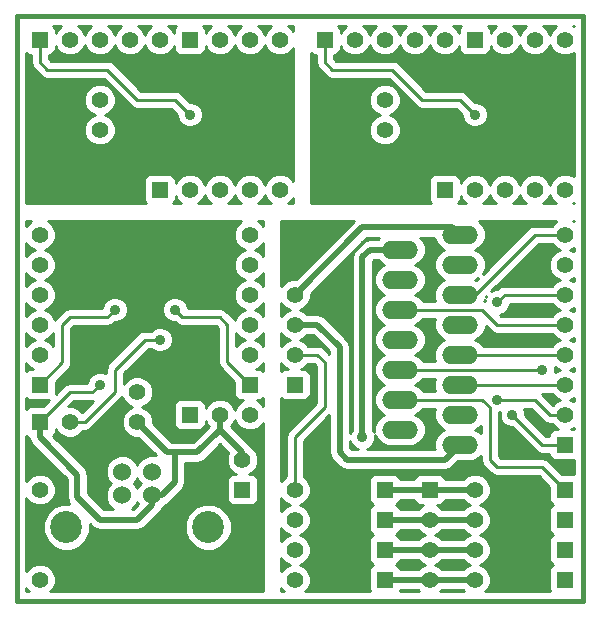
<source format=gbl>
G04 (created by PCBNEW-RS274X (2011-12-28 BZR 3254)-stable) date 2012. 03. 26. 13:07:31*
G01*
G70*
G90*
%MOIN*%
G04 Gerber Fmt 3.4, Leading zero omitted, Abs format*
%FSLAX34Y34*%
G04 APERTURE LIST*
%ADD10C,0.006000*%
%ADD11C,0.015000*%
%ADD12C,0.060000*%
%ADD13C,0.106300*%
%ADD14R,0.055000X0.055000*%
%ADD15C,0.055000*%
%ADD16O,0.120000X0.060000*%
%ADD17C,0.035000*%
%ADD18C,0.019900*%
%ADD19C,0.010000*%
G04 APERTURE END LIST*
G54D10*
G54D11*
X23622Y-04724D02*
X04724Y-04724D01*
X23622Y-24213D02*
X23622Y-04724D01*
X04724Y-24213D02*
X23622Y-24213D01*
X04724Y-04724D02*
X04724Y-24213D01*
G54D12*
X09250Y-19900D03*
X08250Y-19900D03*
X08250Y-20687D03*
X09250Y-20687D03*
G54D13*
X11112Y-21750D03*
X06388Y-21750D03*
G54D14*
X23000Y-19000D03*
G54D15*
X23000Y-18000D03*
X23000Y-17000D03*
X23000Y-16000D03*
X23000Y-15000D03*
X23000Y-14000D03*
X23000Y-13000D03*
X23000Y-12000D03*
G54D14*
X12500Y-17000D03*
G54D15*
X12500Y-16000D03*
X12500Y-15000D03*
X12500Y-14000D03*
X12500Y-13000D03*
X12500Y-12000D03*
G54D14*
X05500Y-17000D03*
G54D15*
X05500Y-16000D03*
X05500Y-15000D03*
X05500Y-14000D03*
X05500Y-13000D03*
X05500Y-12000D03*
G54D14*
X15000Y-05500D03*
G54D15*
X16000Y-05500D03*
X17000Y-05500D03*
X18000Y-05500D03*
X19000Y-05500D03*
G54D14*
X19000Y-10500D03*
G54D15*
X20000Y-10500D03*
X21000Y-10500D03*
X22000Y-10500D03*
X23000Y-10500D03*
G54D14*
X09500Y-10500D03*
G54D15*
X10500Y-10500D03*
X11500Y-10500D03*
X12500Y-10500D03*
X13500Y-10500D03*
G54D14*
X05500Y-05500D03*
G54D15*
X06500Y-05500D03*
X07500Y-05500D03*
X08500Y-05500D03*
X09500Y-05500D03*
G54D14*
X20000Y-05500D03*
G54D15*
X21000Y-05500D03*
X22000Y-05500D03*
X23000Y-05500D03*
G54D14*
X10500Y-05500D03*
G54D15*
X11500Y-05500D03*
X12500Y-05500D03*
X13500Y-05500D03*
G54D14*
X14000Y-17000D03*
G54D15*
X14000Y-16000D03*
X14000Y-15000D03*
X14000Y-14000D03*
G54D14*
X18500Y-20500D03*
G54D15*
X18500Y-21500D03*
X18500Y-22500D03*
X18500Y-23500D03*
G54D14*
X10500Y-18000D03*
G54D15*
X11500Y-18000D03*
X12500Y-18000D03*
G54D14*
X05500Y-18250D03*
G54D15*
X06500Y-18250D03*
X05500Y-20500D03*
X05500Y-23500D03*
G54D16*
X19500Y-19000D03*
X17500Y-18500D03*
X19500Y-18000D03*
X17500Y-17500D03*
X19500Y-17000D03*
X17500Y-16500D03*
X19500Y-16000D03*
X17500Y-15500D03*
X19500Y-15000D03*
X17500Y-14500D03*
X19500Y-14000D03*
X17500Y-13500D03*
X19500Y-13000D03*
X17500Y-12500D03*
X19500Y-12000D03*
G54D14*
X17000Y-23500D03*
G54D15*
X14000Y-23500D03*
G54D14*
X23000Y-23500D03*
G54D15*
X20000Y-23500D03*
G54D14*
X17000Y-22500D03*
G54D15*
X14000Y-22500D03*
G54D14*
X23000Y-22500D03*
G54D15*
X20000Y-22500D03*
G54D14*
X17000Y-21500D03*
G54D15*
X14000Y-21500D03*
G54D14*
X23000Y-21500D03*
G54D15*
X20000Y-21500D03*
G54D14*
X17000Y-20500D03*
G54D15*
X14000Y-20500D03*
G54D14*
X23000Y-20500D03*
G54D15*
X20000Y-20500D03*
X08750Y-18250D03*
X08750Y-17250D03*
X07500Y-08500D03*
X07500Y-07500D03*
X17000Y-08500D03*
X17000Y-07500D03*
G54D14*
X12250Y-20500D03*
G54D15*
X12250Y-19500D03*
G54D17*
X21250Y-18000D03*
X22250Y-16500D03*
X20750Y-14250D03*
X10500Y-08000D03*
X08000Y-14500D03*
X07500Y-17000D03*
X10000Y-14500D03*
X20000Y-08000D03*
X16250Y-18750D03*
X09500Y-15500D03*
X20750Y-17500D03*
G54D18*
X19000Y-19500D02*
X19500Y-19000D01*
X15750Y-19500D02*
X19000Y-19500D01*
X15500Y-15750D02*
X15500Y-19250D01*
X14750Y-15000D02*
X15500Y-15750D01*
X15500Y-19250D02*
X15750Y-19500D01*
X14000Y-15000D02*
X14750Y-15000D01*
G54D19*
X23000Y-15000D02*
X20750Y-15000D01*
X20250Y-14500D02*
X17500Y-14500D01*
X20750Y-15000D02*
X20250Y-14500D01*
X21250Y-18000D02*
X22250Y-19000D01*
X22250Y-19000D02*
X23000Y-19000D01*
X22250Y-16500D02*
X17500Y-16500D01*
X19500Y-17000D02*
X23000Y-17000D01*
G54D18*
X20000Y-21500D02*
X17000Y-21500D01*
G54D19*
X21000Y-14000D02*
X23000Y-14000D01*
X20750Y-14250D02*
X21000Y-14000D01*
X20750Y-19750D02*
X22250Y-19750D01*
X22250Y-19750D02*
X23000Y-20500D01*
X17500Y-17500D02*
X20250Y-17500D01*
X20500Y-19500D02*
X20750Y-19750D01*
X20500Y-17750D02*
X20500Y-19500D01*
X20250Y-17500D02*
X20500Y-17750D01*
X10500Y-08000D02*
X10000Y-07500D01*
X08750Y-07500D02*
X07750Y-06500D01*
X05500Y-06250D02*
X05500Y-05500D01*
X10000Y-07500D02*
X08750Y-07500D01*
X07750Y-06500D02*
X05750Y-06500D01*
X05750Y-06500D02*
X05500Y-06250D01*
G54D18*
X17000Y-22500D02*
X20000Y-22500D01*
X17000Y-20500D02*
X20000Y-20500D01*
G54D19*
X19500Y-14000D02*
X20000Y-14000D01*
X20000Y-14000D02*
X22000Y-12000D01*
X22000Y-12000D02*
X23000Y-12000D01*
X19500Y-16000D02*
X23000Y-16000D01*
G54D18*
X19250Y-11750D02*
X19500Y-12000D01*
X14000Y-14000D02*
X16250Y-11750D01*
X16250Y-11750D02*
X19250Y-11750D01*
G54D19*
X07750Y-14750D02*
X06500Y-14750D01*
X08000Y-14500D02*
X07750Y-14750D01*
X06250Y-15000D02*
X06250Y-16250D01*
X06500Y-14750D02*
X06250Y-15000D01*
X06250Y-16250D02*
X05500Y-17000D01*
X07500Y-17000D02*
X07250Y-17250D01*
G54D18*
X11500Y-18000D02*
X11500Y-18500D01*
X10000Y-19250D02*
X09750Y-19250D01*
G54D19*
X07250Y-17250D02*
X06500Y-17250D01*
G54D18*
X09250Y-20687D02*
X09250Y-21000D01*
G54D19*
X06500Y-17250D02*
X05500Y-18250D01*
G54D18*
X07500Y-21500D02*
X06750Y-20750D01*
X10750Y-19250D02*
X10000Y-19250D01*
X09250Y-21000D02*
X08750Y-21500D01*
X10000Y-20250D02*
X10000Y-19250D01*
X06750Y-20750D02*
X06750Y-20000D01*
X11500Y-18500D02*
X10750Y-19250D01*
X09563Y-20687D02*
X10000Y-20250D01*
X08750Y-21500D02*
X07500Y-21500D01*
X06750Y-20000D02*
X05500Y-18750D01*
X09250Y-20687D02*
X09563Y-20687D01*
X12250Y-19500D02*
X12250Y-19250D01*
X09750Y-19250D02*
X08750Y-18250D01*
X05500Y-18750D02*
X05500Y-18250D01*
X12250Y-19250D02*
X11500Y-18500D01*
G54D19*
X11750Y-16250D02*
X12500Y-17000D01*
X10000Y-14500D02*
X10250Y-14750D01*
X10250Y-14750D02*
X11500Y-14750D01*
X11500Y-14750D02*
X11750Y-15000D01*
X11750Y-15000D02*
X11750Y-16250D01*
X15250Y-06500D02*
X15000Y-06250D01*
X20000Y-08000D02*
X19500Y-07500D01*
X15000Y-06250D02*
X15000Y-05500D01*
X19500Y-07500D02*
X18250Y-07500D01*
X18250Y-07500D02*
X17250Y-06500D01*
X17250Y-06500D02*
X15250Y-06500D01*
G54D18*
X17500Y-12500D02*
X16500Y-12500D01*
X17000Y-23500D02*
X18500Y-23500D01*
X16250Y-12750D02*
X16250Y-18750D01*
X16500Y-12500D02*
X16250Y-12750D01*
X18500Y-23500D02*
X20000Y-23500D01*
G54D19*
X06500Y-18250D02*
X07000Y-18250D01*
X09000Y-15500D02*
X09500Y-15500D01*
X08000Y-16500D02*
X09000Y-15500D01*
X08000Y-17250D02*
X08000Y-16500D01*
X07000Y-18250D02*
X08000Y-17250D01*
X14000Y-16000D02*
X14750Y-16000D01*
X15000Y-17750D02*
X14000Y-18750D01*
X15000Y-16250D02*
X15000Y-17750D01*
X14000Y-18750D02*
X14000Y-20500D01*
X22000Y-17500D02*
X22500Y-18000D01*
X14750Y-16000D02*
X15000Y-16250D01*
X22500Y-18000D02*
X23000Y-18000D01*
X20750Y-17500D02*
X22000Y-17500D01*
G54D10*
G36*
X06215Y-05050D02*
X06203Y-05055D01*
X06055Y-05202D01*
X06024Y-05276D01*
X06024Y-05176D01*
X05986Y-05084D01*
X05952Y-05050D01*
X06215Y-05050D01*
X06215Y-05050D01*
G37*
G54D19*
X06215Y-05050D02*
X06203Y-05055D01*
X06055Y-05202D01*
X06024Y-05276D01*
X06024Y-05176D01*
X05986Y-05084D01*
X05952Y-05050D01*
X06215Y-05050D01*
G54D10*
G36*
X07215Y-05050D02*
X07203Y-05055D01*
X07055Y-05202D01*
X06999Y-05335D01*
X06945Y-05203D01*
X06798Y-05055D01*
X06785Y-05050D01*
X07215Y-05050D01*
X07215Y-05050D01*
G37*
G54D19*
X07215Y-05050D02*
X07203Y-05055D01*
X07055Y-05202D01*
X06999Y-05335D01*
X06945Y-05203D01*
X06798Y-05055D01*
X06785Y-05050D01*
X07215Y-05050D01*
G54D10*
G36*
X08215Y-05050D02*
X08203Y-05055D01*
X08055Y-05202D01*
X07999Y-05335D01*
X07945Y-05203D01*
X07798Y-05055D01*
X07785Y-05050D01*
X08215Y-05050D01*
X08215Y-05050D01*
G37*
G54D19*
X08215Y-05050D02*
X08203Y-05055D01*
X08055Y-05202D01*
X07999Y-05335D01*
X07945Y-05203D01*
X07798Y-05055D01*
X07785Y-05050D01*
X08215Y-05050D01*
G54D10*
G36*
X09215Y-05050D02*
X09203Y-05055D01*
X09055Y-05202D01*
X08999Y-05335D01*
X08945Y-05203D01*
X08798Y-05055D01*
X08785Y-05050D01*
X09215Y-05050D01*
X09215Y-05050D01*
G37*
G54D19*
X09215Y-05050D02*
X09203Y-05055D01*
X09055Y-05202D01*
X08999Y-05335D01*
X08945Y-05203D01*
X08798Y-05055D01*
X08785Y-05050D01*
X09215Y-05050D01*
G54D10*
G36*
X10048Y-05050D02*
X10014Y-05084D01*
X09976Y-05175D01*
X09976Y-05274D01*
X09976Y-05277D01*
X09945Y-05203D01*
X09798Y-05055D01*
X09785Y-05050D01*
X10048Y-05050D01*
X10048Y-05050D01*
G37*
G54D19*
X10048Y-05050D02*
X10014Y-05084D01*
X09976Y-05175D01*
X09976Y-05274D01*
X09976Y-05277D01*
X09945Y-05203D01*
X09798Y-05055D01*
X09785Y-05050D01*
X10048Y-05050D01*
G54D10*
G36*
X10214Y-10950D02*
X09952Y-10950D01*
X09986Y-10916D01*
X10024Y-10825D01*
X10024Y-10726D01*
X10024Y-10722D01*
X10055Y-10797D01*
X10202Y-10945D01*
X10214Y-10950D01*
X10214Y-10950D01*
G37*
G54D19*
X10214Y-10950D02*
X09952Y-10950D01*
X09986Y-10916D01*
X10024Y-10825D01*
X10024Y-10726D01*
X10024Y-10722D01*
X10055Y-10797D01*
X10202Y-10945D01*
X10214Y-10950D01*
G54D10*
G36*
X11214Y-10950D02*
X10784Y-10950D01*
X10797Y-10945D01*
X10945Y-10798D01*
X11000Y-10664D01*
X11055Y-10797D01*
X11202Y-10945D01*
X11214Y-10950D01*
X11214Y-10950D01*
G37*
G54D19*
X11214Y-10950D02*
X10784Y-10950D01*
X10797Y-10945D01*
X10945Y-10798D01*
X11000Y-10664D01*
X11055Y-10797D01*
X11202Y-10945D01*
X11214Y-10950D01*
G54D10*
G36*
X11215Y-05050D02*
X11203Y-05055D01*
X11055Y-05202D01*
X11024Y-05276D01*
X11024Y-05176D01*
X10986Y-05084D01*
X10952Y-05050D01*
X11215Y-05050D01*
X11215Y-05050D01*
G37*
G54D19*
X11215Y-05050D02*
X11203Y-05055D01*
X11055Y-05202D01*
X11024Y-05276D01*
X11024Y-05176D01*
X10986Y-05084D01*
X10952Y-05050D01*
X11215Y-05050D01*
G54D10*
G36*
X12214Y-10950D02*
X11784Y-10950D01*
X11797Y-10945D01*
X11945Y-10798D01*
X12000Y-10664D01*
X12055Y-10797D01*
X12202Y-10945D01*
X12214Y-10950D01*
X12214Y-10950D01*
G37*
G54D19*
X12214Y-10950D02*
X11784Y-10950D01*
X11797Y-10945D01*
X11945Y-10798D01*
X12000Y-10664D01*
X12055Y-10797D01*
X12202Y-10945D01*
X12214Y-10950D01*
G54D10*
G36*
X12215Y-05050D02*
X12203Y-05055D01*
X12055Y-05202D01*
X11999Y-05335D01*
X11945Y-05203D01*
X11798Y-05055D01*
X11785Y-05050D01*
X12215Y-05050D01*
X12215Y-05050D01*
G37*
G54D19*
X12215Y-05050D02*
X12203Y-05055D01*
X12055Y-05202D01*
X11999Y-05335D01*
X11945Y-05203D01*
X11798Y-05055D01*
X11785Y-05050D01*
X12215Y-05050D01*
G54D10*
G36*
X13214Y-10950D02*
X12784Y-10950D01*
X12797Y-10945D01*
X12945Y-10798D01*
X13000Y-10664D01*
X13055Y-10797D01*
X13202Y-10945D01*
X13214Y-10950D01*
X13214Y-10950D01*
G37*
G54D19*
X13214Y-10950D02*
X12784Y-10950D01*
X12797Y-10945D01*
X12945Y-10798D01*
X13000Y-10664D01*
X13055Y-10797D01*
X13202Y-10945D01*
X13214Y-10950D01*
G54D10*
G36*
X13215Y-05050D02*
X13203Y-05055D01*
X13055Y-05202D01*
X12999Y-05335D01*
X12945Y-05203D01*
X12798Y-05055D01*
X12785Y-05050D01*
X13215Y-05050D01*
X13215Y-05050D01*
G37*
G54D19*
X13215Y-05050D02*
X13203Y-05055D01*
X13055Y-05202D01*
X12999Y-05335D01*
X12945Y-05203D01*
X12798Y-05055D01*
X12785Y-05050D01*
X13215Y-05050D01*
G54D10*
G36*
X13950Y-05215D02*
X13945Y-05203D01*
X13798Y-05055D01*
X13785Y-05050D01*
X13950Y-05050D01*
X13950Y-05215D01*
X13950Y-05215D01*
G37*
G54D19*
X13950Y-05215D02*
X13945Y-05203D01*
X13798Y-05055D01*
X13785Y-05050D01*
X13950Y-05050D01*
X13950Y-05215D01*
G54D10*
G36*
X13950Y-10215D02*
X13945Y-10203D01*
X13798Y-10055D01*
X13605Y-09975D01*
X13396Y-09975D01*
X13203Y-10055D01*
X13055Y-10202D01*
X12999Y-10335D01*
X12945Y-10203D01*
X12798Y-10055D01*
X12605Y-09975D01*
X12396Y-09975D01*
X12203Y-10055D01*
X12055Y-10202D01*
X11999Y-10335D01*
X11945Y-10203D01*
X11798Y-10055D01*
X11605Y-09975D01*
X11396Y-09975D01*
X11203Y-10055D01*
X11055Y-10202D01*
X10999Y-10335D01*
X10945Y-10203D01*
X10798Y-10055D01*
X10605Y-09975D01*
X10396Y-09975D01*
X10203Y-10055D01*
X10055Y-10202D01*
X10024Y-10276D01*
X10024Y-10176D01*
X09986Y-10084D01*
X09916Y-10014D01*
X09825Y-09976D01*
X09726Y-09976D01*
X09176Y-09976D01*
X09084Y-10014D01*
X09014Y-10084D01*
X08976Y-10175D01*
X08976Y-10274D01*
X08976Y-10824D01*
X09014Y-10916D01*
X09048Y-10950D01*
X08025Y-10950D01*
X08025Y-08605D01*
X08025Y-08396D01*
X07945Y-08203D01*
X07798Y-08055D01*
X07664Y-07999D01*
X07797Y-07945D01*
X07945Y-07798D01*
X08025Y-07605D01*
X08025Y-07396D01*
X07945Y-07203D01*
X07798Y-07055D01*
X07605Y-06975D01*
X07396Y-06975D01*
X07203Y-07055D01*
X07055Y-07202D01*
X06975Y-07395D01*
X06975Y-07604D01*
X07055Y-07797D01*
X07202Y-07945D01*
X07335Y-08000D01*
X07203Y-08055D01*
X07055Y-08202D01*
X06975Y-08395D01*
X06975Y-08604D01*
X07055Y-08797D01*
X07202Y-08945D01*
X07395Y-09025D01*
X07604Y-09025D01*
X07797Y-08945D01*
X07945Y-08798D01*
X08025Y-08605D01*
X08025Y-10950D01*
X05050Y-10950D01*
X05050Y-05952D01*
X05084Y-05986D01*
X05175Y-06024D01*
X05200Y-06024D01*
X05200Y-06250D01*
X05223Y-06365D01*
X05288Y-06462D01*
X05537Y-06712D01*
X05538Y-06712D01*
X05635Y-06777D01*
X05750Y-06800D01*
X07626Y-06800D01*
X08538Y-07712D01*
X08635Y-07777D01*
X08750Y-07800D01*
X09876Y-07800D01*
X10075Y-07999D01*
X10075Y-08084D01*
X10139Y-08240D01*
X10259Y-08360D01*
X10415Y-08425D01*
X10584Y-08425D01*
X10740Y-08361D01*
X10860Y-08241D01*
X10925Y-08085D01*
X10925Y-07916D01*
X10861Y-07760D01*
X10741Y-07640D01*
X10585Y-07575D01*
X10499Y-07575D01*
X10212Y-07288D01*
X10115Y-07223D01*
X10000Y-07200D01*
X08874Y-07200D01*
X07962Y-06288D01*
X07865Y-06223D01*
X07750Y-06200D01*
X05874Y-06200D01*
X05800Y-06125D01*
X05800Y-06024D01*
X05824Y-06024D01*
X05916Y-05986D01*
X05986Y-05916D01*
X06024Y-05825D01*
X06024Y-05726D01*
X06024Y-05722D01*
X06055Y-05797D01*
X06202Y-05945D01*
X06395Y-06025D01*
X06604Y-06025D01*
X06797Y-05945D01*
X06945Y-05798D01*
X07000Y-05664D01*
X07055Y-05797D01*
X07202Y-05945D01*
X07395Y-06025D01*
X07604Y-06025D01*
X07797Y-05945D01*
X07945Y-05798D01*
X08000Y-05664D01*
X08055Y-05797D01*
X08202Y-05945D01*
X08395Y-06025D01*
X08604Y-06025D01*
X08797Y-05945D01*
X08945Y-05798D01*
X09000Y-05664D01*
X09055Y-05797D01*
X09202Y-05945D01*
X09395Y-06025D01*
X09604Y-06025D01*
X09797Y-05945D01*
X09945Y-05798D01*
X09976Y-05723D01*
X09976Y-05824D01*
X10014Y-05916D01*
X10084Y-05986D01*
X10175Y-06024D01*
X10274Y-06024D01*
X10824Y-06024D01*
X10916Y-05986D01*
X10986Y-05916D01*
X11024Y-05825D01*
X11024Y-05726D01*
X11024Y-05722D01*
X11055Y-05797D01*
X11202Y-05945D01*
X11395Y-06025D01*
X11604Y-06025D01*
X11797Y-05945D01*
X11945Y-05798D01*
X12000Y-05664D01*
X12055Y-05797D01*
X12202Y-05945D01*
X12395Y-06025D01*
X12604Y-06025D01*
X12797Y-05945D01*
X12945Y-05798D01*
X13000Y-05664D01*
X13055Y-05797D01*
X13202Y-05945D01*
X13395Y-06025D01*
X13604Y-06025D01*
X13797Y-05945D01*
X13945Y-05798D01*
X13950Y-05785D01*
X13950Y-10215D01*
X13950Y-10215D01*
G37*
G54D19*
X13950Y-10215D02*
X13945Y-10203D01*
X13798Y-10055D01*
X13605Y-09975D01*
X13396Y-09975D01*
X13203Y-10055D01*
X13055Y-10202D01*
X12999Y-10335D01*
X12945Y-10203D01*
X12798Y-10055D01*
X12605Y-09975D01*
X12396Y-09975D01*
X12203Y-10055D01*
X12055Y-10202D01*
X11999Y-10335D01*
X11945Y-10203D01*
X11798Y-10055D01*
X11605Y-09975D01*
X11396Y-09975D01*
X11203Y-10055D01*
X11055Y-10202D01*
X10999Y-10335D01*
X10945Y-10203D01*
X10798Y-10055D01*
X10605Y-09975D01*
X10396Y-09975D01*
X10203Y-10055D01*
X10055Y-10202D01*
X10024Y-10276D01*
X10024Y-10176D01*
X09986Y-10084D01*
X09916Y-10014D01*
X09825Y-09976D01*
X09726Y-09976D01*
X09176Y-09976D01*
X09084Y-10014D01*
X09014Y-10084D01*
X08976Y-10175D01*
X08976Y-10274D01*
X08976Y-10824D01*
X09014Y-10916D01*
X09048Y-10950D01*
X08025Y-10950D01*
X08025Y-08605D01*
X08025Y-08396D01*
X07945Y-08203D01*
X07798Y-08055D01*
X07664Y-07999D01*
X07797Y-07945D01*
X07945Y-07798D01*
X08025Y-07605D01*
X08025Y-07396D01*
X07945Y-07203D01*
X07798Y-07055D01*
X07605Y-06975D01*
X07396Y-06975D01*
X07203Y-07055D01*
X07055Y-07202D01*
X06975Y-07395D01*
X06975Y-07604D01*
X07055Y-07797D01*
X07202Y-07945D01*
X07335Y-08000D01*
X07203Y-08055D01*
X07055Y-08202D01*
X06975Y-08395D01*
X06975Y-08604D01*
X07055Y-08797D01*
X07202Y-08945D01*
X07395Y-09025D01*
X07604Y-09025D01*
X07797Y-08945D01*
X07945Y-08798D01*
X08025Y-08605D01*
X08025Y-10950D01*
X05050Y-10950D01*
X05050Y-05952D01*
X05084Y-05986D01*
X05175Y-06024D01*
X05200Y-06024D01*
X05200Y-06250D01*
X05223Y-06365D01*
X05288Y-06462D01*
X05537Y-06712D01*
X05538Y-06712D01*
X05635Y-06777D01*
X05750Y-06800D01*
X07626Y-06800D01*
X08538Y-07712D01*
X08635Y-07777D01*
X08750Y-07800D01*
X09876Y-07800D01*
X10075Y-07999D01*
X10075Y-08084D01*
X10139Y-08240D01*
X10259Y-08360D01*
X10415Y-08425D01*
X10584Y-08425D01*
X10740Y-08361D01*
X10860Y-08241D01*
X10925Y-08085D01*
X10925Y-07916D01*
X10861Y-07760D01*
X10741Y-07640D01*
X10585Y-07575D01*
X10499Y-07575D01*
X10212Y-07288D01*
X10115Y-07223D01*
X10000Y-07200D01*
X08874Y-07200D01*
X07962Y-06288D01*
X07865Y-06223D01*
X07750Y-06200D01*
X05874Y-06200D01*
X05800Y-06125D01*
X05800Y-06024D01*
X05824Y-06024D01*
X05916Y-05986D01*
X05986Y-05916D01*
X06024Y-05825D01*
X06024Y-05726D01*
X06024Y-05722D01*
X06055Y-05797D01*
X06202Y-05945D01*
X06395Y-06025D01*
X06604Y-06025D01*
X06797Y-05945D01*
X06945Y-05798D01*
X07000Y-05664D01*
X07055Y-05797D01*
X07202Y-05945D01*
X07395Y-06025D01*
X07604Y-06025D01*
X07797Y-05945D01*
X07945Y-05798D01*
X08000Y-05664D01*
X08055Y-05797D01*
X08202Y-05945D01*
X08395Y-06025D01*
X08604Y-06025D01*
X08797Y-05945D01*
X08945Y-05798D01*
X09000Y-05664D01*
X09055Y-05797D01*
X09202Y-05945D01*
X09395Y-06025D01*
X09604Y-06025D01*
X09797Y-05945D01*
X09945Y-05798D01*
X09976Y-05723D01*
X09976Y-05824D01*
X10014Y-05916D01*
X10084Y-05986D01*
X10175Y-06024D01*
X10274Y-06024D01*
X10824Y-06024D01*
X10916Y-05986D01*
X10986Y-05916D01*
X11024Y-05825D01*
X11024Y-05726D01*
X11024Y-05722D01*
X11055Y-05797D01*
X11202Y-05945D01*
X11395Y-06025D01*
X11604Y-06025D01*
X11797Y-05945D01*
X11945Y-05798D01*
X12000Y-05664D01*
X12055Y-05797D01*
X12202Y-05945D01*
X12395Y-06025D01*
X12604Y-06025D01*
X12797Y-05945D01*
X12945Y-05798D01*
X13000Y-05664D01*
X13055Y-05797D01*
X13202Y-05945D01*
X13395Y-06025D01*
X13604Y-06025D01*
X13797Y-05945D01*
X13945Y-05798D01*
X13950Y-05785D01*
X13950Y-10215D01*
G54D10*
G36*
X13950Y-10950D02*
X13784Y-10950D01*
X13797Y-10945D01*
X13945Y-10798D01*
X13950Y-10785D01*
X13950Y-10950D01*
X13950Y-10950D01*
G37*
G54D19*
X13950Y-10950D02*
X13784Y-10950D01*
X13797Y-10945D01*
X13945Y-10798D01*
X13950Y-10785D01*
X13950Y-10950D01*
G54D10*
G36*
X15715Y-05050D02*
X15703Y-05055D01*
X15555Y-05202D01*
X15524Y-05276D01*
X15524Y-05176D01*
X15486Y-05084D01*
X15452Y-05050D01*
X15715Y-05050D01*
X15715Y-05050D01*
G37*
G54D19*
X15715Y-05050D02*
X15703Y-05055D01*
X15555Y-05202D01*
X15524Y-05276D01*
X15524Y-05176D01*
X15486Y-05084D01*
X15452Y-05050D01*
X15715Y-05050D01*
G54D10*
G36*
X16715Y-05050D02*
X16703Y-05055D01*
X16555Y-05202D01*
X16499Y-05335D01*
X16445Y-05203D01*
X16298Y-05055D01*
X16285Y-05050D01*
X16715Y-05050D01*
X16715Y-05050D01*
G37*
G54D19*
X16715Y-05050D02*
X16703Y-05055D01*
X16555Y-05202D01*
X16499Y-05335D01*
X16445Y-05203D01*
X16298Y-05055D01*
X16285Y-05050D01*
X16715Y-05050D01*
G54D10*
G36*
X17715Y-05050D02*
X17703Y-05055D01*
X17555Y-05202D01*
X17499Y-05335D01*
X17445Y-05203D01*
X17298Y-05055D01*
X17285Y-05050D01*
X17715Y-05050D01*
X17715Y-05050D01*
G37*
G54D19*
X17715Y-05050D02*
X17703Y-05055D01*
X17555Y-05202D01*
X17499Y-05335D01*
X17445Y-05203D01*
X17298Y-05055D01*
X17285Y-05050D01*
X17715Y-05050D01*
G54D10*
G36*
X18715Y-05050D02*
X18703Y-05055D01*
X18555Y-05202D01*
X18499Y-05335D01*
X18445Y-05203D01*
X18298Y-05055D01*
X18285Y-05050D01*
X18715Y-05050D01*
X18715Y-05050D01*
G37*
G54D19*
X18715Y-05050D02*
X18703Y-05055D01*
X18555Y-05202D01*
X18499Y-05335D01*
X18445Y-05203D01*
X18298Y-05055D01*
X18285Y-05050D01*
X18715Y-05050D01*
G54D10*
G36*
X19548Y-05050D02*
X19514Y-05084D01*
X19476Y-05175D01*
X19476Y-05274D01*
X19476Y-05277D01*
X19445Y-05203D01*
X19298Y-05055D01*
X19285Y-05050D01*
X19548Y-05050D01*
X19548Y-05050D01*
G37*
G54D19*
X19548Y-05050D02*
X19514Y-05084D01*
X19476Y-05175D01*
X19476Y-05274D01*
X19476Y-05277D01*
X19445Y-05203D01*
X19298Y-05055D01*
X19285Y-05050D01*
X19548Y-05050D01*
G54D10*
G36*
X19714Y-10950D02*
X19452Y-10950D01*
X19486Y-10916D01*
X19524Y-10825D01*
X19524Y-10726D01*
X19524Y-10722D01*
X19555Y-10797D01*
X19702Y-10945D01*
X19714Y-10950D01*
X19714Y-10950D01*
G37*
G54D19*
X19714Y-10950D02*
X19452Y-10950D01*
X19486Y-10916D01*
X19524Y-10825D01*
X19524Y-10726D01*
X19524Y-10722D01*
X19555Y-10797D01*
X19702Y-10945D01*
X19714Y-10950D01*
G54D10*
G36*
X20714Y-10950D02*
X20284Y-10950D01*
X20297Y-10945D01*
X20445Y-10798D01*
X20500Y-10664D01*
X20555Y-10797D01*
X20702Y-10945D01*
X20714Y-10950D01*
X20714Y-10950D01*
G37*
G54D19*
X20714Y-10950D02*
X20284Y-10950D01*
X20297Y-10945D01*
X20445Y-10798D01*
X20500Y-10664D01*
X20555Y-10797D01*
X20702Y-10945D01*
X20714Y-10950D01*
G54D10*
G36*
X20715Y-05050D02*
X20703Y-05055D01*
X20555Y-05202D01*
X20524Y-05276D01*
X20524Y-05176D01*
X20486Y-05084D01*
X20452Y-05050D01*
X20715Y-05050D01*
X20715Y-05050D01*
G37*
G54D19*
X20715Y-05050D02*
X20703Y-05055D01*
X20555Y-05202D01*
X20524Y-05276D01*
X20524Y-05176D01*
X20486Y-05084D01*
X20452Y-05050D01*
X20715Y-05050D01*
G54D10*
G36*
X21714Y-10950D02*
X21284Y-10950D01*
X21297Y-10945D01*
X21445Y-10798D01*
X21500Y-10664D01*
X21555Y-10797D01*
X21702Y-10945D01*
X21714Y-10950D01*
X21714Y-10950D01*
G37*
G54D19*
X21714Y-10950D02*
X21284Y-10950D01*
X21297Y-10945D01*
X21445Y-10798D01*
X21500Y-10664D01*
X21555Y-10797D01*
X21702Y-10945D01*
X21714Y-10950D01*
G54D10*
G36*
X21715Y-05050D02*
X21703Y-05055D01*
X21555Y-05202D01*
X21499Y-05335D01*
X21445Y-05203D01*
X21298Y-05055D01*
X21285Y-05050D01*
X21715Y-05050D01*
X21715Y-05050D01*
G37*
G54D19*
X21715Y-05050D02*
X21703Y-05055D01*
X21555Y-05202D01*
X21499Y-05335D01*
X21445Y-05203D01*
X21298Y-05055D01*
X21285Y-05050D01*
X21715Y-05050D01*
G54D10*
G36*
X22714Y-10950D02*
X22284Y-10950D01*
X22297Y-10945D01*
X22445Y-10798D01*
X22500Y-10664D01*
X22555Y-10797D01*
X22702Y-10945D01*
X22714Y-10950D01*
X22714Y-10950D01*
G37*
G54D19*
X22714Y-10950D02*
X22284Y-10950D01*
X22297Y-10945D01*
X22445Y-10798D01*
X22500Y-10664D01*
X22555Y-10797D01*
X22702Y-10945D01*
X22714Y-10950D01*
G54D10*
G36*
X22715Y-05050D02*
X22703Y-05055D01*
X22555Y-05202D01*
X22499Y-05335D01*
X22445Y-05203D01*
X22298Y-05055D01*
X22285Y-05050D01*
X22715Y-05050D01*
X22715Y-05050D01*
G37*
G54D19*
X22715Y-05050D02*
X22703Y-05055D01*
X22555Y-05202D01*
X22499Y-05335D01*
X22445Y-05203D01*
X22298Y-05055D01*
X22285Y-05050D01*
X22715Y-05050D01*
G54D10*
G36*
X23297Y-05054D02*
X23285Y-05050D01*
X23297Y-05050D01*
X23297Y-05054D01*
X23297Y-05054D01*
G37*
G54D19*
X23297Y-05054D02*
X23285Y-05050D01*
X23297Y-05050D01*
X23297Y-05054D01*
G54D10*
G36*
X23297Y-10054D02*
X23105Y-09975D01*
X22896Y-09975D01*
X22703Y-10055D01*
X22555Y-10202D01*
X22499Y-10335D01*
X22445Y-10203D01*
X22298Y-10055D01*
X22105Y-09975D01*
X21896Y-09975D01*
X21703Y-10055D01*
X21555Y-10202D01*
X21499Y-10335D01*
X21445Y-10203D01*
X21298Y-10055D01*
X21105Y-09975D01*
X20896Y-09975D01*
X20703Y-10055D01*
X20555Y-10202D01*
X20499Y-10335D01*
X20445Y-10203D01*
X20298Y-10055D01*
X20105Y-09975D01*
X19896Y-09975D01*
X19703Y-10055D01*
X19555Y-10202D01*
X19524Y-10276D01*
X19524Y-10176D01*
X19486Y-10084D01*
X19416Y-10014D01*
X19325Y-09976D01*
X19226Y-09976D01*
X18676Y-09976D01*
X18584Y-10014D01*
X18514Y-10084D01*
X18476Y-10175D01*
X18476Y-10274D01*
X18476Y-10824D01*
X18514Y-10916D01*
X18548Y-10950D01*
X17525Y-10950D01*
X17525Y-08605D01*
X17525Y-08396D01*
X17445Y-08203D01*
X17298Y-08055D01*
X17164Y-07999D01*
X17297Y-07945D01*
X17445Y-07798D01*
X17525Y-07605D01*
X17525Y-07396D01*
X17445Y-07203D01*
X17298Y-07055D01*
X17105Y-06975D01*
X16896Y-06975D01*
X16703Y-07055D01*
X16555Y-07202D01*
X16475Y-07395D01*
X16475Y-07604D01*
X16555Y-07797D01*
X16702Y-07945D01*
X16835Y-08000D01*
X16703Y-08055D01*
X16555Y-08202D01*
X16475Y-08395D01*
X16475Y-08604D01*
X16555Y-08797D01*
X16702Y-08945D01*
X16895Y-09025D01*
X17104Y-09025D01*
X17297Y-08945D01*
X17445Y-08798D01*
X17525Y-08605D01*
X17525Y-10950D01*
X14550Y-10950D01*
X14550Y-05952D01*
X14584Y-05986D01*
X14675Y-06024D01*
X14700Y-06024D01*
X14700Y-06250D01*
X14723Y-06365D01*
X14788Y-06462D01*
X15037Y-06712D01*
X15038Y-06712D01*
X15135Y-06777D01*
X15250Y-06800D01*
X17126Y-06800D01*
X18038Y-07712D01*
X18135Y-07777D01*
X18250Y-07800D01*
X19376Y-07800D01*
X19575Y-07999D01*
X19575Y-08084D01*
X19639Y-08240D01*
X19759Y-08360D01*
X19915Y-08425D01*
X20084Y-08425D01*
X20240Y-08361D01*
X20360Y-08241D01*
X20425Y-08085D01*
X20425Y-07916D01*
X20361Y-07760D01*
X20241Y-07640D01*
X20085Y-07575D01*
X19999Y-07575D01*
X19712Y-07288D01*
X19615Y-07223D01*
X19500Y-07200D01*
X18374Y-07200D01*
X17462Y-06288D01*
X17365Y-06223D01*
X17250Y-06200D01*
X15374Y-06200D01*
X15300Y-06125D01*
X15300Y-06024D01*
X15324Y-06024D01*
X15416Y-05986D01*
X15486Y-05916D01*
X15524Y-05825D01*
X15524Y-05726D01*
X15524Y-05722D01*
X15555Y-05797D01*
X15702Y-05945D01*
X15895Y-06025D01*
X16104Y-06025D01*
X16297Y-05945D01*
X16445Y-05798D01*
X16500Y-05664D01*
X16555Y-05797D01*
X16702Y-05945D01*
X16895Y-06025D01*
X17104Y-06025D01*
X17297Y-05945D01*
X17445Y-05798D01*
X17500Y-05664D01*
X17555Y-05797D01*
X17702Y-05945D01*
X17895Y-06025D01*
X18104Y-06025D01*
X18297Y-05945D01*
X18445Y-05798D01*
X18500Y-05664D01*
X18555Y-05797D01*
X18702Y-05945D01*
X18895Y-06025D01*
X19104Y-06025D01*
X19297Y-05945D01*
X19445Y-05798D01*
X19476Y-05723D01*
X19476Y-05824D01*
X19514Y-05916D01*
X19584Y-05986D01*
X19675Y-06024D01*
X19774Y-06024D01*
X20324Y-06024D01*
X20416Y-05986D01*
X20486Y-05916D01*
X20524Y-05825D01*
X20524Y-05726D01*
X20524Y-05722D01*
X20555Y-05797D01*
X20702Y-05945D01*
X20895Y-06025D01*
X21104Y-06025D01*
X21297Y-05945D01*
X21445Y-05798D01*
X21500Y-05664D01*
X21555Y-05797D01*
X21702Y-05945D01*
X21895Y-06025D01*
X22104Y-06025D01*
X22297Y-05945D01*
X22445Y-05798D01*
X22500Y-05664D01*
X22555Y-05797D01*
X22702Y-05945D01*
X22895Y-06025D01*
X23104Y-06025D01*
X23297Y-05945D01*
X23297Y-10054D01*
X23297Y-10054D01*
G37*
G54D19*
X23297Y-10054D02*
X23105Y-09975D01*
X22896Y-09975D01*
X22703Y-10055D01*
X22555Y-10202D01*
X22499Y-10335D01*
X22445Y-10203D01*
X22298Y-10055D01*
X22105Y-09975D01*
X21896Y-09975D01*
X21703Y-10055D01*
X21555Y-10202D01*
X21499Y-10335D01*
X21445Y-10203D01*
X21298Y-10055D01*
X21105Y-09975D01*
X20896Y-09975D01*
X20703Y-10055D01*
X20555Y-10202D01*
X20499Y-10335D01*
X20445Y-10203D01*
X20298Y-10055D01*
X20105Y-09975D01*
X19896Y-09975D01*
X19703Y-10055D01*
X19555Y-10202D01*
X19524Y-10276D01*
X19524Y-10176D01*
X19486Y-10084D01*
X19416Y-10014D01*
X19325Y-09976D01*
X19226Y-09976D01*
X18676Y-09976D01*
X18584Y-10014D01*
X18514Y-10084D01*
X18476Y-10175D01*
X18476Y-10274D01*
X18476Y-10824D01*
X18514Y-10916D01*
X18548Y-10950D01*
X17525Y-10950D01*
X17525Y-08605D01*
X17525Y-08396D01*
X17445Y-08203D01*
X17298Y-08055D01*
X17164Y-07999D01*
X17297Y-07945D01*
X17445Y-07798D01*
X17525Y-07605D01*
X17525Y-07396D01*
X17445Y-07203D01*
X17298Y-07055D01*
X17105Y-06975D01*
X16896Y-06975D01*
X16703Y-07055D01*
X16555Y-07202D01*
X16475Y-07395D01*
X16475Y-07604D01*
X16555Y-07797D01*
X16702Y-07945D01*
X16835Y-08000D01*
X16703Y-08055D01*
X16555Y-08202D01*
X16475Y-08395D01*
X16475Y-08604D01*
X16555Y-08797D01*
X16702Y-08945D01*
X16895Y-09025D01*
X17104Y-09025D01*
X17297Y-08945D01*
X17445Y-08798D01*
X17525Y-08605D01*
X17525Y-10950D01*
X14550Y-10950D01*
X14550Y-05952D01*
X14584Y-05986D01*
X14675Y-06024D01*
X14700Y-06024D01*
X14700Y-06250D01*
X14723Y-06365D01*
X14788Y-06462D01*
X15037Y-06712D01*
X15038Y-06712D01*
X15135Y-06777D01*
X15250Y-06800D01*
X17126Y-06800D01*
X18038Y-07712D01*
X18135Y-07777D01*
X18250Y-07800D01*
X19376Y-07800D01*
X19575Y-07999D01*
X19575Y-08084D01*
X19639Y-08240D01*
X19759Y-08360D01*
X19915Y-08425D01*
X20084Y-08425D01*
X20240Y-08361D01*
X20360Y-08241D01*
X20425Y-08085D01*
X20425Y-07916D01*
X20361Y-07760D01*
X20241Y-07640D01*
X20085Y-07575D01*
X19999Y-07575D01*
X19712Y-07288D01*
X19615Y-07223D01*
X19500Y-07200D01*
X18374Y-07200D01*
X17462Y-06288D01*
X17365Y-06223D01*
X17250Y-06200D01*
X15374Y-06200D01*
X15300Y-06125D01*
X15300Y-06024D01*
X15324Y-06024D01*
X15416Y-05986D01*
X15486Y-05916D01*
X15524Y-05825D01*
X15524Y-05726D01*
X15524Y-05722D01*
X15555Y-05797D01*
X15702Y-05945D01*
X15895Y-06025D01*
X16104Y-06025D01*
X16297Y-05945D01*
X16445Y-05798D01*
X16500Y-05664D01*
X16555Y-05797D01*
X16702Y-05945D01*
X16895Y-06025D01*
X17104Y-06025D01*
X17297Y-05945D01*
X17445Y-05798D01*
X17500Y-05664D01*
X17555Y-05797D01*
X17702Y-05945D01*
X17895Y-06025D01*
X18104Y-06025D01*
X18297Y-05945D01*
X18445Y-05798D01*
X18500Y-05664D01*
X18555Y-05797D01*
X18702Y-05945D01*
X18895Y-06025D01*
X19104Y-06025D01*
X19297Y-05945D01*
X19445Y-05798D01*
X19476Y-05723D01*
X19476Y-05824D01*
X19514Y-05916D01*
X19584Y-05986D01*
X19675Y-06024D01*
X19774Y-06024D01*
X20324Y-06024D01*
X20416Y-05986D01*
X20486Y-05916D01*
X20524Y-05825D01*
X20524Y-05726D01*
X20524Y-05722D01*
X20555Y-05797D01*
X20702Y-05945D01*
X20895Y-06025D01*
X21104Y-06025D01*
X21297Y-05945D01*
X21445Y-05798D01*
X21500Y-05664D01*
X21555Y-05797D01*
X21702Y-05945D01*
X21895Y-06025D01*
X22104Y-06025D01*
X22297Y-05945D01*
X22445Y-05798D01*
X22500Y-05664D01*
X22555Y-05797D01*
X22702Y-05945D01*
X22895Y-06025D01*
X23104Y-06025D01*
X23297Y-05945D01*
X23297Y-10054D01*
G54D10*
G36*
X23297Y-10950D02*
X23284Y-10950D01*
X23297Y-10945D01*
X23297Y-10950D01*
X23297Y-10950D01*
G37*
G54D19*
X23297Y-10950D02*
X23284Y-10950D01*
X23297Y-10945D01*
X23297Y-10950D01*
G54D10*
G36*
X05145Y-23888D02*
X05050Y-23888D01*
X05050Y-23784D01*
X05055Y-23797D01*
X05145Y-23888D01*
X05145Y-23888D01*
G37*
G54D19*
X05145Y-23888D02*
X05050Y-23888D01*
X05050Y-23784D01*
X05055Y-23797D01*
X05145Y-23888D01*
G54D10*
G36*
X05215Y-11550D02*
X05203Y-11555D01*
X05055Y-11702D01*
X05050Y-11714D01*
X05050Y-11550D01*
X05215Y-11550D01*
X05215Y-11550D01*
G37*
G54D19*
X05215Y-11550D02*
X05203Y-11555D01*
X05055Y-11702D01*
X05050Y-11714D01*
X05050Y-11550D01*
X05215Y-11550D01*
G54D10*
G36*
X05276Y-16476D02*
X05176Y-16476D01*
X05084Y-16514D01*
X05050Y-16548D01*
X05050Y-16284D01*
X05055Y-16297D01*
X05202Y-16445D01*
X05276Y-16476D01*
X05276Y-16476D01*
G37*
G54D19*
X05276Y-16476D02*
X05176Y-16476D01*
X05084Y-16514D01*
X05050Y-16548D01*
X05050Y-16284D01*
X05055Y-16297D01*
X05202Y-16445D01*
X05276Y-16476D01*
G54D10*
G36*
X05335Y-12500D02*
X05203Y-12555D01*
X05055Y-12702D01*
X05050Y-12714D01*
X05050Y-12284D01*
X05055Y-12297D01*
X05202Y-12445D01*
X05335Y-12500D01*
X05335Y-12500D01*
G37*
G54D19*
X05335Y-12500D02*
X05203Y-12555D01*
X05055Y-12702D01*
X05050Y-12714D01*
X05050Y-12284D01*
X05055Y-12297D01*
X05202Y-12445D01*
X05335Y-12500D01*
G54D10*
G36*
X05335Y-13500D02*
X05203Y-13555D01*
X05055Y-13702D01*
X05050Y-13714D01*
X05050Y-13284D01*
X05055Y-13297D01*
X05202Y-13445D01*
X05335Y-13500D01*
X05335Y-13500D01*
G37*
G54D19*
X05335Y-13500D02*
X05203Y-13555D01*
X05055Y-13702D01*
X05050Y-13714D01*
X05050Y-13284D01*
X05055Y-13297D01*
X05202Y-13445D01*
X05335Y-13500D01*
G54D10*
G36*
X05335Y-14500D02*
X05203Y-14555D01*
X05055Y-14702D01*
X05050Y-14714D01*
X05050Y-14284D01*
X05055Y-14297D01*
X05202Y-14445D01*
X05335Y-14500D01*
X05335Y-14500D01*
G37*
G54D19*
X05335Y-14500D02*
X05203Y-14555D01*
X05055Y-14702D01*
X05050Y-14714D01*
X05050Y-14284D01*
X05055Y-14297D01*
X05202Y-14445D01*
X05335Y-14500D01*
G54D10*
G36*
X05335Y-15500D02*
X05203Y-15555D01*
X05055Y-15702D01*
X05050Y-15714D01*
X05050Y-15284D01*
X05055Y-15297D01*
X05202Y-15445D01*
X05335Y-15500D01*
X05335Y-15500D01*
G37*
G54D19*
X05335Y-15500D02*
X05203Y-15555D01*
X05055Y-15702D01*
X05050Y-15714D01*
X05050Y-15284D01*
X05055Y-15297D01*
X05202Y-15445D01*
X05335Y-15500D01*
G54D10*
G36*
X05802Y-17524D02*
X05600Y-17726D01*
X05176Y-17726D01*
X05084Y-17764D01*
X05050Y-17798D01*
X05050Y-17452D01*
X05084Y-17486D01*
X05175Y-17524D01*
X05274Y-17524D01*
X05802Y-17524D01*
X05802Y-17524D01*
G37*
G54D19*
X05802Y-17524D02*
X05600Y-17726D01*
X05176Y-17726D01*
X05084Y-17764D01*
X05050Y-17798D01*
X05050Y-17452D01*
X05084Y-17486D01*
X05175Y-17524D01*
X05274Y-17524D01*
X05802Y-17524D01*
G54D10*
G36*
X05950Y-15715D02*
X05945Y-15703D01*
X05798Y-15555D01*
X05664Y-15499D01*
X05797Y-15445D01*
X05945Y-15298D01*
X05950Y-15285D01*
X05950Y-15715D01*
X05950Y-15715D01*
G37*
G54D19*
X05950Y-15715D02*
X05945Y-15703D01*
X05798Y-15555D01*
X05664Y-15499D01*
X05797Y-15445D01*
X05945Y-15298D01*
X05950Y-15285D01*
X05950Y-15715D01*
G54D10*
G36*
X07282Y-17543D02*
X06909Y-17916D01*
X06798Y-17805D01*
X06605Y-17725D01*
X06449Y-17725D01*
X06624Y-17550D01*
X07250Y-17550D01*
X07282Y-17543D01*
X07282Y-17543D01*
G37*
G54D19*
X07282Y-17543D02*
X06909Y-17916D01*
X06798Y-17805D01*
X06605Y-17725D01*
X06449Y-17725D01*
X06624Y-17550D01*
X07250Y-17550D01*
X07282Y-17543D01*
G54D10*
G36*
X08777Y-20978D02*
X08605Y-21151D01*
X08562Y-21151D01*
X08715Y-20998D01*
X08750Y-20913D01*
X08777Y-20978D01*
X08777Y-20978D01*
G37*
G54D19*
X08777Y-20978D02*
X08605Y-21151D01*
X08562Y-21151D01*
X08715Y-20998D01*
X08750Y-20913D01*
X08777Y-20978D01*
G54D10*
G36*
X08867Y-20293D02*
X08785Y-20376D01*
X08750Y-20460D01*
X08715Y-20376D01*
X08632Y-20293D01*
X08715Y-20211D01*
X08750Y-20126D01*
X08785Y-20211D01*
X08867Y-20293D01*
X08867Y-20293D01*
G37*
G54D19*
X08867Y-20293D02*
X08785Y-20376D01*
X08750Y-20460D01*
X08715Y-20376D01*
X08632Y-20293D01*
X08715Y-20211D01*
X08750Y-20126D01*
X08785Y-20211D01*
X08867Y-20293D01*
G54D10*
G36*
X09357Y-19351D02*
X09141Y-19351D01*
X08939Y-19435D01*
X08785Y-19589D01*
X08750Y-19673D01*
X08715Y-19589D01*
X08561Y-19435D01*
X08359Y-19351D01*
X08141Y-19351D01*
X07939Y-19435D01*
X07785Y-19589D01*
X07701Y-19791D01*
X07701Y-20009D01*
X07785Y-20211D01*
X07867Y-20293D01*
X07785Y-20376D01*
X07701Y-20578D01*
X07701Y-20796D01*
X07785Y-20998D01*
X07938Y-21151D01*
X07644Y-21151D01*
X07099Y-20605D01*
X07099Y-20000D01*
X07098Y-19999D01*
X07099Y-19999D01*
X07085Y-19933D01*
X07072Y-19867D01*
X07072Y-19866D01*
X06997Y-19753D01*
X06994Y-19751D01*
X05947Y-18704D01*
X05986Y-18666D01*
X06024Y-18575D01*
X06024Y-18476D01*
X06024Y-18472D01*
X06055Y-18547D01*
X06202Y-18695D01*
X06395Y-18775D01*
X06604Y-18775D01*
X06797Y-18695D01*
X06942Y-18550D01*
X07000Y-18550D01*
X07115Y-18527D01*
X07212Y-18462D01*
X08212Y-17462D01*
X08247Y-17408D01*
X08305Y-17547D01*
X08452Y-17695D01*
X08585Y-17750D01*
X08453Y-17805D01*
X08305Y-17952D01*
X08225Y-18145D01*
X08225Y-18354D01*
X08305Y-18547D01*
X08452Y-18695D01*
X08645Y-18775D01*
X08781Y-18775D01*
X09357Y-19351D01*
X09357Y-19351D01*
G37*
G54D19*
X09357Y-19351D02*
X09141Y-19351D01*
X08939Y-19435D01*
X08785Y-19589D01*
X08750Y-19673D01*
X08715Y-19589D01*
X08561Y-19435D01*
X08359Y-19351D01*
X08141Y-19351D01*
X07939Y-19435D01*
X07785Y-19589D01*
X07701Y-19791D01*
X07701Y-20009D01*
X07785Y-20211D01*
X07867Y-20293D01*
X07785Y-20376D01*
X07701Y-20578D01*
X07701Y-20796D01*
X07785Y-20998D01*
X07938Y-21151D01*
X07644Y-21151D01*
X07099Y-20605D01*
X07099Y-20000D01*
X07098Y-19999D01*
X07099Y-19999D01*
X07085Y-19933D01*
X07072Y-19867D01*
X07072Y-19866D01*
X06997Y-19753D01*
X06994Y-19751D01*
X05947Y-18704D01*
X05986Y-18666D01*
X06024Y-18575D01*
X06024Y-18476D01*
X06024Y-18472D01*
X06055Y-18547D01*
X06202Y-18695D01*
X06395Y-18775D01*
X06604Y-18775D01*
X06797Y-18695D01*
X06942Y-18550D01*
X07000Y-18550D01*
X07115Y-18527D01*
X07212Y-18462D01*
X08212Y-17462D01*
X08247Y-17408D01*
X08305Y-17547D01*
X08452Y-17695D01*
X08585Y-17750D01*
X08453Y-17805D01*
X08305Y-17952D01*
X08225Y-18145D01*
X08225Y-18354D01*
X08305Y-18547D01*
X08452Y-18695D01*
X08645Y-18775D01*
X08781Y-18775D01*
X09357Y-19351D01*
G54D10*
G36*
X12335Y-14500D02*
X12203Y-14555D01*
X12055Y-14702D01*
X11997Y-14840D01*
X11962Y-14788D01*
X11962Y-14787D01*
X11712Y-14538D01*
X11615Y-14473D01*
X11500Y-14450D01*
X10425Y-14450D01*
X10425Y-14416D01*
X10361Y-14260D01*
X10241Y-14140D01*
X10085Y-14075D01*
X09916Y-14075D01*
X09760Y-14139D01*
X09640Y-14259D01*
X09575Y-14415D01*
X09575Y-14584D01*
X09639Y-14740D01*
X09759Y-14860D01*
X09915Y-14925D01*
X10000Y-14925D01*
X10037Y-14962D01*
X10038Y-14962D01*
X10135Y-15027D01*
X10250Y-15050D01*
X11375Y-15050D01*
X11450Y-15124D01*
X11450Y-16250D01*
X11473Y-16365D01*
X11538Y-16462D01*
X11976Y-16900D01*
X11976Y-17324D01*
X12014Y-17416D01*
X12084Y-17486D01*
X12175Y-17524D01*
X12274Y-17524D01*
X12203Y-17555D01*
X12055Y-17702D01*
X11999Y-17835D01*
X11945Y-17703D01*
X11798Y-17555D01*
X11605Y-17475D01*
X11396Y-17475D01*
X11203Y-17555D01*
X11055Y-17702D01*
X11024Y-17776D01*
X11024Y-17676D01*
X10986Y-17584D01*
X10916Y-17514D01*
X10825Y-17476D01*
X10726Y-17476D01*
X10176Y-17476D01*
X10084Y-17514D01*
X10014Y-17584D01*
X09976Y-17675D01*
X09976Y-17774D01*
X09976Y-18324D01*
X10014Y-18416D01*
X10084Y-18486D01*
X10175Y-18524D01*
X10274Y-18524D01*
X10824Y-18524D01*
X10916Y-18486D01*
X10986Y-18416D01*
X11024Y-18325D01*
X11024Y-18226D01*
X11024Y-18222D01*
X11055Y-18297D01*
X11132Y-18374D01*
X10605Y-18901D01*
X10000Y-18901D01*
X09895Y-18901D01*
X09275Y-18281D01*
X09275Y-18146D01*
X09195Y-17953D01*
X09048Y-17805D01*
X08914Y-17749D01*
X09047Y-17695D01*
X09195Y-17548D01*
X09275Y-17355D01*
X09275Y-17146D01*
X09195Y-16953D01*
X09048Y-16805D01*
X08855Y-16725D01*
X08646Y-16725D01*
X08453Y-16805D01*
X08305Y-16952D01*
X08300Y-16964D01*
X08300Y-16624D01*
X09124Y-15800D01*
X09199Y-15800D01*
X09259Y-15860D01*
X09415Y-15925D01*
X09584Y-15925D01*
X09740Y-15861D01*
X09860Y-15741D01*
X09925Y-15585D01*
X09925Y-15416D01*
X09861Y-15260D01*
X09741Y-15140D01*
X09585Y-15075D01*
X09416Y-15075D01*
X09260Y-15139D01*
X09199Y-15200D01*
X09000Y-15200D01*
X08885Y-15223D01*
X08788Y-15288D01*
X07788Y-16288D01*
X07723Y-16385D01*
X07700Y-16500D01*
X07700Y-16622D01*
X07585Y-16575D01*
X07416Y-16575D01*
X07260Y-16639D01*
X07140Y-16759D01*
X07075Y-16915D01*
X07075Y-16950D01*
X06500Y-16950D01*
X06385Y-16973D01*
X06288Y-17038D01*
X06024Y-17302D01*
X06024Y-17226D01*
X06024Y-16900D01*
X06462Y-16463D01*
X06462Y-16462D01*
X06527Y-16365D01*
X06549Y-16250D01*
X06550Y-16250D01*
X06550Y-15124D01*
X06624Y-15050D01*
X07750Y-15050D01*
X07865Y-15027D01*
X07962Y-14962D01*
X07999Y-14925D01*
X08084Y-14925D01*
X08240Y-14861D01*
X08360Y-14741D01*
X08425Y-14585D01*
X08425Y-14416D01*
X08361Y-14260D01*
X08241Y-14140D01*
X08085Y-14075D01*
X07916Y-14075D01*
X07760Y-14139D01*
X07640Y-14259D01*
X07575Y-14415D01*
X07575Y-14450D01*
X06500Y-14450D01*
X06385Y-14473D01*
X06287Y-14538D01*
X06038Y-14788D01*
X06002Y-14841D01*
X05945Y-14703D01*
X05798Y-14555D01*
X05664Y-14499D01*
X05797Y-14445D01*
X05945Y-14298D01*
X06025Y-14105D01*
X06025Y-13896D01*
X05945Y-13703D01*
X05798Y-13555D01*
X05664Y-13499D01*
X05797Y-13445D01*
X05945Y-13298D01*
X06025Y-13105D01*
X06025Y-12896D01*
X05945Y-12703D01*
X05798Y-12555D01*
X05664Y-12499D01*
X05797Y-12445D01*
X05945Y-12298D01*
X06025Y-12105D01*
X06025Y-11896D01*
X05945Y-11703D01*
X05798Y-11555D01*
X05785Y-11550D01*
X12215Y-11550D01*
X12203Y-11555D01*
X12055Y-11702D01*
X11975Y-11895D01*
X11975Y-12104D01*
X12055Y-12297D01*
X12202Y-12445D01*
X12335Y-12500D01*
X12203Y-12555D01*
X12055Y-12702D01*
X11975Y-12895D01*
X11975Y-13104D01*
X12055Y-13297D01*
X12202Y-13445D01*
X12335Y-13500D01*
X12203Y-13555D01*
X12055Y-13702D01*
X11975Y-13895D01*
X11975Y-14104D01*
X12055Y-14297D01*
X12202Y-14445D01*
X12335Y-14500D01*
X12335Y-14500D01*
G37*
G54D19*
X12335Y-14500D02*
X12203Y-14555D01*
X12055Y-14702D01*
X11997Y-14840D01*
X11962Y-14788D01*
X11962Y-14787D01*
X11712Y-14538D01*
X11615Y-14473D01*
X11500Y-14450D01*
X10425Y-14450D01*
X10425Y-14416D01*
X10361Y-14260D01*
X10241Y-14140D01*
X10085Y-14075D01*
X09916Y-14075D01*
X09760Y-14139D01*
X09640Y-14259D01*
X09575Y-14415D01*
X09575Y-14584D01*
X09639Y-14740D01*
X09759Y-14860D01*
X09915Y-14925D01*
X10000Y-14925D01*
X10037Y-14962D01*
X10038Y-14962D01*
X10135Y-15027D01*
X10250Y-15050D01*
X11375Y-15050D01*
X11450Y-15124D01*
X11450Y-16250D01*
X11473Y-16365D01*
X11538Y-16462D01*
X11976Y-16900D01*
X11976Y-17324D01*
X12014Y-17416D01*
X12084Y-17486D01*
X12175Y-17524D01*
X12274Y-17524D01*
X12203Y-17555D01*
X12055Y-17702D01*
X11999Y-17835D01*
X11945Y-17703D01*
X11798Y-17555D01*
X11605Y-17475D01*
X11396Y-17475D01*
X11203Y-17555D01*
X11055Y-17702D01*
X11024Y-17776D01*
X11024Y-17676D01*
X10986Y-17584D01*
X10916Y-17514D01*
X10825Y-17476D01*
X10726Y-17476D01*
X10176Y-17476D01*
X10084Y-17514D01*
X10014Y-17584D01*
X09976Y-17675D01*
X09976Y-17774D01*
X09976Y-18324D01*
X10014Y-18416D01*
X10084Y-18486D01*
X10175Y-18524D01*
X10274Y-18524D01*
X10824Y-18524D01*
X10916Y-18486D01*
X10986Y-18416D01*
X11024Y-18325D01*
X11024Y-18226D01*
X11024Y-18222D01*
X11055Y-18297D01*
X11132Y-18374D01*
X10605Y-18901D01*
X10000Y-18901D01*
X09895Y-18901D01*
X09275Y-18281D01*
X09275Y-18146D01*
X09195Y-17953D01*
X09048Y-17805D01*
X08914Y-17749D01*
X09047Y-17695D01*
X09195Y-17548D01*
X09275Y-17355D01*
X09275Y-17146D01*
X09195Y-16953D01*
X09048Y-16805D01*
X08855Y-16725D01*
X08646Y-16725D01*
X08453Y-16805D01*
X08305Y-16952D01*
X08300Y-16964D01*
X08300Y-16624D01*
X09124Y-15800D01*
X09199Y-15800D01*
X09259Y-15860D01*
X09415Y-15925D01*
X09584Y-15925D01*
X09740Y-15861D01*
X09860Y-15741D01*
X09925Y-15585D01*
X09925Y-15416D01*
X09861Y-15260D01*
X09741Y-15140D01*
X09585Y-15075D01*
X09416Y-15075D01*
X09260Y-15139D01*
X09199Y-15200D01*
X09000Y-15200D01*
X08885Y-15223D01*
X08788Y-15288D01*
X07788Y-16288D01*
X07723Y-16385D01*
X07700Y-16500D01*
X07700Y-16622D01*
X07585Y-16575D01*
X07416Y-16575D01*
X07260Y-16639D01*
X07140Y-16759D01*
X07075Y-16915D01*
X07075Y-16950D01*
X06500Y-16950D01*
X06385Y-16973D01*
X06288Y-17038D01*
X06024Y-17302D01*
X06024Y-17226D01*
X06024Y-16900D01*
X06462Y-16463D01*
X06462Y-16462D01*
X06527Y-16365D01*
X06549Y-16250D01*
X06550Y-16250D01*
X06550Y-15124D01*
X06624Y-15050D01*
X07750Y-15050D01*
X07865Y-15027D01*
X07962Y-14962D01*
X07999Y-14925D01*
X08084Y-14925D01*
X08240Y-14861D01*
X08360Y-14741D01*
X08425Y-14585D01*
X08425Y-14416D01*
X08361Y-14260D01*
X08241Y-14140D01*
X08085Y-14075D01*
X07916Y-14075D01*
X07760Y-14139D01*
X07640Y-14259D01*
X07575Y-14415D01*
X07575Y-14450D01*
X06500Y-14450D01*
X06385Y-14473D01*
X06287Y-14538D01*
X06038Y-14788D01*
X06002Y-14841D01*
X05945Y-14703D01*
X05798Y-14555D01*
X05664Y-14499D01*
X05797Y-14445D01*
X05945Y-14298D01*
X06025Y-14105D01*
X06025Y-13896D01*
X05945Y-13703D01*
X05798Y-13555D01*
X05664Y-13499D01*
X05797Y-13445D01*
X05945Y-13298D01*
X06025Y-13105D01*
X06025Y-12896D01*
X05945Y-12703D01*
X05798Y-12555D01*
X05664Y-12499D01*
X05797Y-12445D01*
X05945Y-12298D01*
X06025Y-12105D01*
X06025Y-11896D01*
X05945Y-11703D01*
X05798Y-11555D01*
X05785Y-11550D01*
X12215Y-11550D01*
X12203Y-11555D01*
X12055Y-11702D01*
X11975Y-11895D01*
X11975Y-12104D01*
X12055Y-12297D01*
X12202Y-12445D01*
X12335Y-12500D01*
X12203Y-12555D01*
X12055Y-12702D01*
X11975Y-12895D01*
X11975Y-13104D01*
X12055Y-13297D01*
X12202Y-13445D01*
X12335Y-13500D01*
X12203Y-13555D01*
X12055Y-13702D01*
X11975Y-13895D01*
X11975Y-14104D01*
X12055Y-14297D01*
X12202Y-14445D01*
X12335Y-14500D01*
G54D10*
G36*
X12335Y-15500D02*
X12203Y-15555D01*
X12055Y-15702D01*
X12050Y-15714D01*
X12050Y-15284D01*
X12055Y-15297D01*
X12202Y-15445D01*
X12335Y-15500D01*
X12335Y-15500D01*
G37*
G54D19*
X12335Y-15500D02*
X12203Y-15555D01*
X12055Y-15702D01*
X12050Y-15714D01*
X12050Y-15284D01*
X12055Y-15297D01*
X12202Y-15445D01*
X12335Y-15500D01*
G54D10*
G36*
X12950Y-11715D02*
X12945Y-11703D01*
X12798Y-11555D01*
X12785Y-11550D01*
X12950Y-11550D01*
X12950Y-11715D01*
X12950Y-11715D01*
G37*
G54D19*
X12950Y-11715D02*
X12945Y-11703D01*
X12798Y-11555D01*
X12785Y-11550D01*
X12950Y-11550D01*
X12950Y-11715D01*
G54D10*
G36*
X12950Y-12715D02*
X12945Y-12703D01*
X12798Y-12555D01*
X12664Y-12499D01*
X12797Y-12445D01*
X12945Y-12298D01*
X12950Y-12285D01*
X12950Y-12715D01*
X12950Y-12715D01*
G37*
G54D19*
X12950Y-12715D02*
X12945Y-12703D01*
X12798Y-12555D01*
X12664Y-12499D01*
X12797Y-12445D01*
X12945Y-12298D01*
X12950Y-12285D01*
X12950Y-12715D01*
G54D10*
G36*
X12950Y-13715D02*
X12945Y-13703D01*
X12798Y-13555D01*
X12664Y-13499D01*
X12797Y-13445D01*
X12945Y-13298D01*
X12950Y-13285D01*
X12950Y-13715D01*
X12950Y-13715D01*
G37*
G54D19*
X12950Y-13715D02*
X12945Y-13703D01*
X12798Y-13555D01*
X12664Y-13499D01*
X12797Y-13445D01*
X12945Y-13298D01*
X12950Y-13285D01*
X12950Y-13715D01*
G54D10*
G36*
X12950Y-14715D02*
X12945Y-14703D01*
X12798Y-14555D01*
X12664Y-14499D01*
X12797Y-14445D01*
X12945Y-14298D01*
X12950Y-14285D01*
X12950Y-14715D01*
X12950Y-14715D01*
G37*
G54D19*
X12950Y-14715D02*
X12945Y-14703D01*
X12798Y-14555D01*
X12664Y-14499D01*
X12797Y-14445D01*
X12945Y-14298D01*
X12950Y-14285D01*
X12950Y-14715D01*
G54D10*
G36*
X12950Y-15715D02*
X12945Y-15703D01*
X12798Y-15555D01*
X12664Y-15499D01*
X12797Y-15445D01*
X12945Y-15298D01*
X12950Y-15285D01*
X12950Y-15715D01*
X12950Y-15715D01*
G37*
G54D19*
X12950Y-15715D02*
X12945Y-15703D01*
X12798Y-15555D01*
X12664Y-15499D01*
X12797Y-15445D01*
X12945Y-15298D01*
X12950Y-15285D01*
X12950Y-15715D01*
G54D10*
G36*
X12950Y-16548D02*
X12916Y-16514D01*
X12825Y-16476D01*
X12726Y-16476D01*
X12722Y-16476D01*
X12797Y-16445D01*
X12945Y-16298D01*
X12950Y-16285D01*
X12950Y-16548D01*
X12950Y-16548D01*
G37*
G54D19*
X12950Y-16548D02*
X12916Y-16514D01*
X12825Y-16476D01*
X12726Y-16476D01*
X12722Y-16476D01*
X12797Y-16445D01*
X12945Y-16298D01*
X12950Y-16285D01*
X12950Y-16548D01*
G54D10*
G36*
X12950Y-17715D02*
X12945Y-17703D01*
X12798Y-17555D01*
X12723Y-17524D01*
X12824Y-17524D01*
X12916Y-17486D01*
X12950Y-17452D01*
X12950Y-17715D01*
X12950Y-17715D01*
G37*
G54D19*
X12950Y-17715D02*
X12945Y-17703D01*
X12798Y-17555D01*
X12723Y-17524D01*
X12824Y-17524D01*
X12916Y-17486D01*
X12950Y-17452D01*
X12950Y-17715D01*
G54D10*
G36*
X12950Y-23888D02*
X11893Y-23888D01*
X11893Y-21906D01*
X11893Y-21595D01*
X11774Y-21308D01*
X11555Y-21088D01*
X11268Y-20969D01*
X10957Y-20969D01*
X10670Y-21088D01*
X10450Y-21307D01*
X10331Y-21594D01*
X10331Y-21905D01*
X10450Y-22192D01*
X10669Y-22412D01*
X10956Y-22531D01*
X11267Y-22531D01*
X11554Y-22412D01*
X11774Y-22193D01*
X11893Y-21906D01*
X11893Y-23888D01*
X05854Y-23888D01*
X05945Y-23798D01*
X06025Y-23605D01*
X06025Y-23396D01*
X05945Y-23203D01*
X05798Y-23055D01*
X05605Y-22975D01*
X05396Y-22975D01*
X05203Y-23055D01*
X05055Y-23202D01*
X05050Y-23214D01*
X05050Y-20784D01*
X05055Y-20797D01*
X05202Y-20945D01*
X05395Y-21025D01*
X05604Y-21025D01*
X05797Y-20945D01*
X05945Y-20798D01*
X06025Y-20605D01*
X06025Y-20396D01*
X05945Y-20203D01*
X05798Y-20055D01*
X05605Y-19975D01*
X05396Y-19975D01*
X05203Y-20055D01*
X05055Y-20202D01*
X05050Y-20214D01*
X05050Y-18702D01*
X05084Y-18736D01*
X05154Y-18765D01*
X05178Y-18884D01*
X05253Y-18997D01*
X06401Y-20144D01*
X06401Y-20750D01*
X06428Y-20884D01*
X06484Y-20969D01*
X06233Y-20969D01*
X05946Y-21088D01*
X05726Y-21307D01*
X05607Y-21594D01*
X05607Y-21905D01*
X05726Y-22192D01*
X05945Y-22412D01*
X06232Y-22531D01*
X06543Y-22531D01*
X06830Y-22412D01*
X07050Y-22193D01*
X07169Y-21906D01*
X07169Y-21662D01*
X07251Y-21744D01*
X07253Y-21747D01*
X07366Y-21822D01*
X07367Y-21822D01*
X07500Y-21849D01*
X08750Y-21849D01*
X08883Y-21822D01*
X08884Y-21822D01*
X08997Y-21747D01*
X09497Y-21247D01*
X09559Y-21152D01*
X09561Y-21152D01*
X09715Y-20998D01*
X09715Y-20996D01*
X09810Y-20934D01*
X10247Y-20497D01*
X10322Y-20384D01*
X10322Y-20383D01*
X10349Y-20250D01*
X10349Y-19599D01*
X10750Y-19599D01*
X10883Y-19572D01*
X10884Y-19572D01*
X10997Y-19497D01*
X11499Y-18993D01*
X11776Y-19270D01*
X11725Y-19395D01*
X11725Y-19604D01*
X11805Y-19797D01*
X11952Y-19945D01*
X12026Y-19976D01*
X11926Y-19976D01*
X11834Y-20014D01*
X11764Y-20084D01*
X11726Y-20175D01*
X11726Y-20274D01*
X11726Y-20824D01*
X11764Y-20916D01*
X11834Y-20986D01*
X11925Y-21024D01*
X12024Y-21024D01*
X12574Y-21024D01*
X12666Y-20986D01*
X12736Y-20916D01*
X12774Y-20825D01*
X12774Y-20726D01*
X12774Y-20176D01*
X12736Y-20084D01*
X12666Y-20014D01*
X12575Y-19976D01*
X12476Y-19976D01*
X12472Y-19976D01*
X12547Y-19945D01*
X12695Y-19798D01*
X12775Y-19605D01*
X12775Y-19396D01*
X12695Y-19203D01*
X12548Y-19055D01*
X12525Y-19045D01*
X12524Y-19045D01*
X12497Y-19003D01*
X12494Y-19001D01*
X11868Y-18374D01*
X11945Y-18298D01*
X12000Y-18164D01*
X12055Y-18297D01*
X12202Y-18445D01*
X12395Y-18525D01*
X12604Y-18525D01*
X12797Y-18445D01*
X12945Y-18298D01*
X12950Y-18285D01*
X12950Y-23888D01*
X12950Y-23888D01*
G37*
G54D19*
X12950Y-23888D02*
X11893Y-23888D01*
X11893Y-21906D01*
X11893Y-21595D01*
X11774Y-21308D01*
X11555Y-21088D01*
X11268Y-20969D01*
X10957Y-20969D01*
X10670Y-21088D01*
X10450Y-21307D01*
X10331Y-21594D01*
X10331Y-21905D01*
X10450Y-22192D01*
X10669Y-22412D01*
X10956Y-22531D01*
X11267Y-22531D01*
X11554Y-22412D01*
X11774Y-22193D01*
X11893Y-21906D01*
X11893Y-23888D01*
X05854Y-23888D01*
X05945Y-23798D01*
X06025Y-23605D01*
X06025Y-23396D01*
X05945Y-23203D01*
X05798Y-23055D01*
X05605Y-22975D01*
X05396Y-22975D01*
X05203Y-23055D01*
X05055Y-23202D01*
X05050Y-23214D01*
X05050Y-20784D01*
X05055Y-20797D01*
X05202Y-20945D01*
X05395Y-21025D01*
X05604Y-21025D01*
X05797Y-20945D01*
X05945Y-20798D01*
X06025Y-20605D01*
X06025Y-20396D01*
X05945Y-20203D01*
X05798Y-20055D01*
X05605Y-19975D01*
X05396Y-19975D01*
X05203Y-20055D01*
X05055Y-20202D01*
X05050Y-20214D01*
X05050Y-18702D01*
X05084Y-18736D01*
X05154Y-18765D01*
X05178Y-18884D01*
X05253Y-18997D01*
X06401Y-20144D01*
X06401Y-20750D01*
X06428Y-20884D01*
X06484Y-20969D01*
X06233Y-20969D01*
X05946Y-21088D01*
X05726Y-21307D01*
X05607Y-21594D01*
X05607Y-21905D01*
X05726Y-22192D01*
X05945Y-22412D01*
X06232Y-22531D01*
X06543Y-22531D01*
X06830Y-22412D01*
X07050Y-22193D01*
X07169Y-21906D01*
X07169Y-21662D01*
X07251Y-21744D01*
X07253Y-21747D01*
X07366Y-21822D01*
X07367Y-21822D01*
X07500Y-21849D01*
X08750Y-21849D01*
X08883Y-21822D01*
X08884Y-21822D01*
X08997Y-21747D01*
X09497Y-21247D01*
X09559Y-21152D01*
X09561Y-21152D01*
X09715Y-20998D01*
X09715Y-20996D01*
X09810Y-20934D01*
X10247Y-20497D01*
X10322Y-20384D01*
X10322Y-20383D01*
X10349Y-20250D01*
X10349Y-19599D01*
X10750Y-19599D01*
X10883Y-19572D01*
X10884Y-19572D01*
X10997Y-19497D01*
X11499Y-18993D01*
X11776Y-19270D01*
X11725Y-19395D01*
X11725Y-19604D01*
X11805Y-19797D01*
X11952Y-19945D01*
X12026Y-19976D01*
X11926Y-19976D01*
X11834Y-20014D01*
X11764Y-20084D01*
X11726Y-20175D01*
X11726Y-20274D01*
X11726Y-20824D01*
X11764Y-20916D01*
X11834Y-20986D01*
X11925Y-21024D01*
X12024Y-21024D01*
X12574Y-21024D01*
X12666Y-20986D01*
X12736Y-20916D01*
X12774Y-20825D01*
X12774Y-20726D01*
X12774Y-20176D01*
X12736Y-20084D01*
X12666Y-20014D01*
X12575Y-19976D01*
X12476Y-19976D01*
X12472Y-19976D01*
X12547Y-19945D01*
X12695Y-19798D01*
X12775Y-19605D01*
X12775Y-19396D01*
X12695Y-19203D01*
X12548Y-19055D01*
X12525Y-19045D01*
X12524Y-19045D01*
X12497Y-19003D01*
X12494Y-19001D01*
X11868Y-18374D01*
X11945Y-18298D01*
X12000Y-18164D01*
X12055Y-18297D01*
X12202Y-18445D01*
X12395Y-18525D01*
X12604Y-18525D01*
X12797Y-18445D01*
X12945Y-18298D01*
X12950Y-18285D01*
X12950Y-23888D01*
G54D10*
G36*
X13645Y-23888D02*
X13550Y-23888D01*
X13550Y-23784D01*
X13555Y-23797D01*
X13645Y-23888D01*
X13645Y-23888D01*
G37*
G54D19*
X13645Y-23888D02*
X13550Y-23888D01*
X13550Y-23784D01*
X13555Y-23797D01*
X13645Y-23888D01*
G54D10*
G36*
X13776Y-16476D02*
X13676Y-16476D01*
X13584Y-16514D01*
X13550Y-16548D01*
X13550Y-16284D01*
X13555Y-16297D01*
X13702Y-16445D01*
X13776Y-16476D01*
X13776Y-16476D01*
G37*
G54D19*
X13776Y-16476D02*
X13676Y-16476D01*
X13584Y-16514D01*
X13550Y-16548D01*
X13550Y-16284D01*
X13555Y-16297D01*
X13702Y-16445D01*
X13776Y-16476D01*
G54D10*
G36*
X13835Y-14500D02*
X13703Y-14555D01*
X13555Y-14702D01*
X13550Y-14714D01*
X13550Y-14284D01*
X13555Y-14297D01*
X13702Y-14445D01*
X13835Y-14500D01*
X13835Y-14500D01*
G37*
G54D19*
X13835Y-14500D02*
X13703Y-14555D01*
X13555Y-14702D01*
X13550Y-14714D01*
X13550Y-14284D01*
X13555Y-14297D01*
X13702Y-14445D01*
X13835Y-14500D01*
G54D10*
G36*
X13835Y-15500D02*
X13703Y-15555D01*
X13555Y-15702D01*
X13550Y-15714D01*
X13550Y-15284D01*
X13555Y-15297D01*
X13702Y-15445D01*
X13835Y-15500D01*
X13835Y-15500D01*
G37*
G54D19*
X13835Y-15500D02*
X13703Y-15555D01*
X13555Y-15702D01*
X13550Y-15714D01*
X13550Y-15284D01*
X13555Y-15297D01*
X13702Y-15445D01*
X13835Y-15500D01*
G54D10*
G36*
X13835Y-21000D02*
X13703Y-21055D01*
X13555Y-21202D01*
X13550Y-21214D01*
X13550Y-20784D01*
X13555Y-20797D01*
X13702Y-20945D01*
X13835Y-21000D01*
X13835Y-21000D01*
G37*
G54D19*
X13835Y-21000D02*
X13703Y-21055D01*
X13555Y-21202D01*
X13550Y-21214D01*
X13550Y-20784D01*
X13555Y-20797D01*
X13702Y-20945D01*
X13835Y-21000D01*
G54D10*
G36*
X13835Y-22000D02*
X13703Y-22055D01*
X13555Y-22202D01*
X13550Y-22214D01*
X13550Y-21784D01*
X13555Y-21797D01*
X13702Y-21945D01*
X13835Y-22000D01*
X13835Y-22000D01*
G37*
G54D19*
X13835Y-22000D02*
X13703Y-22055D01*
X13555Y-22202D01*
X13550Y-22214D01*
X13550Y-21784D01*
X13555Y-21797D01*
X13702Y-21945D01*
X13835Y-22000D01*
G54D10*
G36*
X13835Y-23000D02*
X13703Y-23055D01*
X13555Y-23202D01*
X13550Y-23214D01*
X13550Y-22784D01*
X13555Y-22797D01*
X13702Y-22945D01*
X13835Y-23000D01*
X13835Y-23000D01*
G37*
G54D19*
X13835Y-23000D02*
X13703Y-23055D01*
X13555Y-23202D01*
X13550Y-23214D01*
X13550Y-22784D01*
X13555Y-22797D01*
X13702Y-22945D01*
X13835Y-23000D01*
G54D10*
G36*
X14700Y-17626D02*
X13788Y-18538D01*
X13723Y-18635D01*
X13700Y-18750D01*
X13700Y-20057D01*
X13555Y-20202D01*
X13550Y-20214D01*
X13550Y-17452D01*
X13584Y-17486D01*
X13675Y-17524D01*
X13774Y-17524D01*
X14324Y-17524D01*
X14416Y-17486D01*
X14486Y-17416D01*
X14524Y-17325D01*
X14524Y-17226D01*
X14524Y-16676D01*
X14486Y-16584D01*
X14416Y-16514D01*
X14325Y-16476D01*
X14226Y-16476D01*
X14222Y-16476D01*
X14297Y-16445D01*
X14442Y-16300D01*
X14625Y-16300D01*
X14700Y-16374D01*
X14700Y-17626D01*
X14700Y-17626D01*
G37*
G54D19*
X14700Y-17626D02*
X13788Y-18538D01*
X13723Y-18635D01*
X13700Y-18750D01*
X13700Y-20057D01*
X13555Y-20202D01*
X13550Y-20214D01*
X13550Y-17452D01*
X13584Y-17486D01*
X13675Y-17524D01*
X13774Y-17524D01*
X14324Y-17524D01*
X14416Y-17486D01*
X14486Y-17416D01*
X14524Y-17325D01*
X14524Y-17226D01*
X14524Y-16676D01*
X14486Y-16584D01*
X14416Y-16514D01*
X14325Y-16476D01*
X14226Y-16476D01*
X14222Y-16476D01*
X14297Y-16445D01*
X14442Y-16300D01*
X14625Y-16300D01*
X14700Y-16374D01*
X14700Y-17626D01*
G54D10*
G36*
X15151Y-15976D02*
X14962Y-15788D01*
X14865Y-15723D01*
X14750Y-15700D01*
X14442Y-15700D01*
X14298Y-15555D01*
X14164Y-15499D01*
X14297Y-15445D01*
X14393Y-15349D01*
X14605Y-15349D01*
X15151Y-15894D01*
X15151Y-15976D01*
X15151Y-15976D01*
G37*
G54D19*
X15151Y-15976D02*
X14962Y-15788D01*
X14865Y-15723D01*
X14750Y-15700D01*
X14442Y-15700D01*
X14298Y-15555D01*
X14164Y-15499D01*
X14297Y-15445D01*
X14393Y-15349D01*
X14605Y-15349D01*
X15151Y-15894D01*
X15151Y-15976D01*
G54D10*
G36*
X15956Y-11550D02*
X14031Y-13475D01*
X13896Y-13475D01*
X13703Y-13555D01*
X13555Y-13702D01*
X13550Y-13714D01*
X13550Y-11550D01*
X15956Y-11550D01*
X15956Y-11550D01*
G37*
G54D19*
X15956Y-11550D02*
X14031Y-13475D01*
X13896Y-13475D01*
X13703Y-13555D01*
X13555Y-13702D01*
X13550Y-13714D01*
X13550Y-11550D01*
X15956Y-11550D01*
G54D10*
G36*
X16107Y-19151D02*
X15894Y-19151D01*
X15849Y-19105D01*
X15849Y-18892D01*
X15889Y-18990D01*
X16009Y-19110D01*
X16107Y-19151D01*
X16107Y-19151D01*
G37*
G54D19*
X16107Y-19151D02*
X15894Y-19151D01*
X15849Y-19105D01*
X15849Y-18892D01*
X15889Y-18990D01*
X16009Y-19110D01*
X16107Y-19151D01*
G54D10*
G36*
X16821Y-12099D02*
X16769Y-12151D01*
X16500Y-12151D01*
X16366Y-12178D01*
X16253Y-12253D01*
X16251Y-12255D01*
X16003Y-12503D01*
X15928Y-12616D01*
X15901Y-12750D01*
X15901Y-18498D01*
X15890Y-18509D01*
X15849Y-18607D01*
X15849Y-15750D01*
X15822Y-15617D01*
X15822Y-15616D01*
X15747Y-15503D01*
X15744Y-15501D01*
X14997Y-14753D01*
X14884Y-14678D01*
X14750Y-14651D01*
X14393Y-14651D01*
X14298Y-14555D01*
X14164Y-14499D01*
X14297Y-14445D01*
X14445Y-14298D01*
X14525Y-14105D01*
X14525Y-13968D01*
X16394Y-12099D01*
X16821Y-12099D01*
X16821Y-12099D01*
G37*
G54D19*
X16821Y-12099D02*
X16769Y-12151D01*
X16500Y-12151D01*
X16366Y-12178D01*
X16253Y-12253D01*
X16251Y-12255D01*
X16003Y-12503D01*
X15928Y-12616D01*
X15901Y-12750D01*
X15901Y-18498D01*
X15890Y-18509D01*
X15849Y-18607D01*
X15849Y-15750D01*
X15822Y-15617D01*
X15822Y-15616D01*
X15747Y-15503D01*
X15744Y-15501D01*
X14997Y-14753D01*
X14884Y-14678D01*
X14750Y-14651D01*
X14393Y-14651D01*
X14298Y-14555D01*
X14164Y-14499D01*
X14297Y-14445D01*
X14445Y-14298D01*
X14525Y-14105D01*
X14525Y-13968D01*
X16394Y-12099D01*
X16821Y-12099D01*
G54D10*
G36*
X16980Y-17999D02*
X16878Y-18042D01*
X16727Y-18194D01*
X16644Y-18392D01*
X16644Y-18590D01*
X16611Y-18510D01*
X16599Y-18498D01*
X16599Y-12894D01*
X16644Y-12849D01*
X16769Y-12849D01*
X16878Y-12957D01*
X16980Y-12999D01*
X16878Y-13042D01*
X16727Y-13194D01*
X16644Y-13392D01*
X16644Y-13607D01*
X16726Y-13806D01*
X16878Y-13957D01*
X16980Y-13999D01*
X16878Y-14042D01*
X16727Y-14194D01*
X16644Y-14392D01*
X16644Y-14607D01*
X16726Y-14806D01*
X16878Y-14957D01*
X16980Y-14999D01*
X16878Y-15042D01*
X16727Y-15194D01*
X16644Y-15392D01*
X16644Y-15607D01*
X16726Y-15806D01*
X16878Y-15957D01*
X16980Y-15999D01*
X16878Y-16042D01*
X16727Y-16194D01*
X16644Y-16392D01*
X16644Y-16607D01*
X16726Y-16806D01*
X16878Y-16957D01*
X16980Y-16999D01*
X16878Y-17042D01*
X16727Y-17194D01*
X16644Y-17392D01*
X16644Y-17607D01*
X16726Y-17806D01*
X16878Y-17957D01*
X16980Y-17999D01*
X16980Y-17999D01*
G37*
G54D19*
X16980Y-17999D02*
X16878Y-18042D01*
X16727Y-18194D01*
X16644Y-18392D01*
X16644Y-18590D01*
X16611Y-18510D01*
X16599Y-18498D01*
X16599Y-12894D01*
X16644Y-12849D01*
X16769Y-12849D01*
X16878Y-12957D01*
X16980Y-12999D01*
X16878Y-13042D01*
X16727Y-13194D01*
X16644Y-13392D01*
X16644Y-13607D01*
X16726Y-13806D01*
X16878Y-13957D01*
X16980Y-13999D01*
X16878Y-14042D01*
X16727Y-14194D01*
X16644Y-14392D01*
X16644Y-14607D01*
X16726Y-14806D01*
X16878Y-14957D01*
X16980Y-14999D01*
X16878Y-15042D01*
X16727Y-15194D01*
X16644Y-15392D01*
X16644Y-15607D01*
X16726Y-15806D01*
X16878Y-15957D01*
X16980Y-15999D01*
X16878Y-16042D01*
X16727Y-16194D01*
X16644Y-16392D01*
X16644Y-16607D01*
X16726Y-16806D01*
X16878Y-16957D01*
X16980Y-16999D01*
X16878Y-17042D01*
X16727Y-17194D01*
X16644Y-17392D01*
X16644Y-17607D01*
X16726Y-17806D01*
X16878Y-17957D01*
X16980Y-17999D01*
G54D10*
G36*
X18145Y-23888D02*
X17497Y-23888D01*
X17513Y-23849D01*
X18106Y-23849D01*
X18145Y-23888D01*
X18145Y-23888D01*
G37*
G54D19*
X18145Y-23888D02*
X17497Y-23888D01*
X17513Y-23849D01*
X18106Y-23849D01*
X18145Y-23888D01*
G54D10*
G36*
X18274Y-21024D02*
X18203Y-21055D01*
X18106Y-21151D01*
X17513Y-21151D01*
X17486Y-21084D01*
X17416Y-21014D01*
X17382Y-20999D01*
X17416Y-20986D01*
X17486Y-20916D01*
X17513Y-20849D01*
X17986Y-20849D01*
X18014Y-20916D01*
X18084Y-20986D01*
X18175Y-21024D01*
X18274Y-21024D01*
X18274Y-21024D01*
G37*
G54D19*
X18274Y-21024D02*
X18203Y-21055D01*
X18106Y-21151D01*
X17513Y-21151D01*
X17486Y-21084D01*
X17416Y-21014D01*
X17382Y-20999D01*
X17416Y-20986D01*
X17486Y-20916D01*
X17513Y-20849D01*
X17986Y-20849D01*
X18014Y-20916D01*
X18084Y-20986D01*
X18175Y-21024D01*
X18274Y-21024D01*
G54D10*
G36*
X18335Y-22000D02*
X18203Y-22055D01*
X18106Y-22151D01*
X17513Y-22151D01*
X17486Y-22084D01*
X17416Y-22014D01*
X17382Y-21999D01*
X17416Y-21986D01*
X17486Y-21916D01*
X17513Y-21849D01*
X18106Y-21849D01*
X18202Y-21945D01*
X18335Y-22000D01*
X18335Y-22000D01*
G37*
G54D19*
X18335Y-22000D02*
X18203Y-22055D01*
X18106Y-22151D01*
X17513Y-22151D01*
X17486Y-22084D01*
X17416Y-22014D01*
X17382Y-21999D01*
X17416Y-21986D01*
X17486Y-21916D01*
X17513Y-21849D01*
X18106Y-21849D01*
X18202Y-21945D01*
X18335Y-22000D01*
G54D10*
G36*
X18335Y-23000D02*
X18203Y-23055D01*
X18106Y-23151D01*
X17513Y-23151D01*
X17486Y-23084D01*
X17416Y-23014D01*
X17382Y-22999D01*
X17416Y-22986D01*
X17486Y-22916D01*
X17513Y-22849D01*
X18106Y-22849D01*
X18202Y-22945D01*
X18335Y-23000D01*
X18335Y-23000D01*
G37*
G54D19*
X18335Y-23000D02*
X18203Y-23055D01*
X18106Y-23151D01*
X17513Y-23151D01*
X17486Y-23084D01*
X17416Y-23014D01*
X17382Y-22999D01*
X17416Y-22986D01*
X17486Y-22916D01*
X17513Y-22849D01*
X18106Y-22849D01*
X18202Y-22945D01*
X18335Y-23000D01*
G54D10*
G36*
X18682Y-17200D02*
X18276Y-17200D01*
X18274Y-17194D01*
X18122Y-17043D01*
X18019Y-17000D01*
X18122Y-16958D01*
X18273Y-16806D01*
X18275Y-16800D01*
X18682Y-16800D01*
X18644Y-16892D01*
X18644Y-17107D01*
X18682Y-17200D01*
X18682Y-17200D01*
G37*
G54D19*
X18682Y-17200D02*
X18276Y-17200D01*
X18274Y-17194D01*
X18122Y-17043D01*
X18019Y-17000D01*
X18122Y-16958D01*
X18273Y-16806D01*
X18275Y-16800D01*
X18682Y-16800D01*
X18644Y-16892D01*
X18644Y-17107D01*
X18682Y-17200D01*
G54D10*
G36*
X18980Y-13499D02*
X18878Y-13542D01*
X18727Y-13694D01*
X18644Y-13892D01*
X18644Y-14107D01*
X18682Y-14200D01*
X18276Y-14200D01*
X18274Y-14194D01*
X18122Y-14043D01*
X18019Y-14000D01*
X18122Y-13958D01*
X18273Y-13806D01*
X18356Y-13608D01*
X18356Y-13393D01*
X18274Y-13194D01*
X18122Y-13043D01*
X18019Y-13000D01*
X18122Y-12958D01*
X18273Y-12806D01*
X18356Y-12608D01*
X18356Y-12393D01*
X18274Y-12194D01*
X18178Y-12099D01*
X18644Y-12099D01*
X18644Y-12107D01*
X18726Y-12306D01*
X18878Y-12457D01*
X18980Y-12499D01*
X18878Y-12542D01*
X18727Y-12694D01*
X18644Y-12892D01*
X18644Y-13107D01*
X18726Y-13306D01*
X18878Y-13457D01*
X18980Y-13499D01*
X18980Y-13499D01*
G37*
G54D19*
X18980Y-13499D02*
X18878Y-13542D01*
X18727Y-13694D01*
X18644Y-13892D01*
X18644Y-14107D01*
X18682Y-14200D01*
X18276Y-14200D01*
X18274Y-14194D01*
X18122Y-14043D01*
X18019Y-14000D01*
X18122Y-13958D01*
X18273Y-13806D01*
X18356Y-13608D01*
X18356Y-13393D01*
X18274Y-13194D01*
X18122Y-13043D01*
X18019Y-13000D01*
X18122Y-12958D01*
X18273Y-12806D01*
X18356Y-12608D01*
X18356Y-12393D01*
X18274Y-12194D01*
X18178Y-12099D01*
X18644Y-12099D01*
X18644Y-12107D01*
X18726Y-12306D01*
X18878Y-12457D01*
X18980Y-12499D01*
X18878Y-12542D01*
X18727Y-12694D01*
X18644Y-12892D01*
X18644Y-13107D01*
X18726Y-13306D01*
X18878Y-13457D01*
X18980Y-13499D01*
G54D10*
G36*
X18980Y-15499D02*
X18878Y-15542D01*
X18727Y-15694D01*
X18644Y-15892D01*
X18644Y-16107D01*
X18682Y-16200D01*
X18276Y-16200D01*
X18274Y-16194D01*
X18122Y-16043D01*
X18019Y-16000D01*
X18122Y-15958D01*
X18273Y-15806D01*
X18356Y-15608D01*
X18356Y-15393D01*
X18274Y-15194D01*
X18122Y-15043D01*
X18019Y-15000D01*
X18122Y-14958D01*
X18273Y-14806D01*
X18275Y-14800D01*
X18682Y-14800D01*
X18644Y-14892D01*
X18644Y-15107D01*
X18726Y-15306D01*
X18878Y-15457D01*
X18980Y-15499D01*
X18980Y-15499D01*
G37*
G54D19*
X18980Y-15499D02*
X18878Y-15542D01*
X18727Y-15694D01*
X18644Y-15892D01*
X18644Y-16107D01*
X18682Y-16200D01*
X18276Y-16200D01*
X18274Y-16194D01*
X18122Y-16043D01*
X18019Y-16000D01*
X18122Y-15958D01*
X18273Y-15806D01*
X18356Y-15608D01*
X18356Y-15393D01*
X18274Y-15194D01*
X18122Y-15043D01*
X18019Y-15000D01*
X18122Y-14958D01*
X18273Y-14806D01*
X18275Y-14800D01*
X18682Y-14800D01*
X18644Y-14892D01*
X18644Y-15107D01*
X18726Y-15306D01*
X18878Y-15457D01*
X18980Y-15499D01*
G54D10*
G36*
X18980Y-18499D02*
X18878Y-18542D01*
X18727Y-18694D01*
X18644Y-18892D01*
X18644Y-19107D01*
X18662Y-19151D01*
X16392Y-19151D01*
X16490Y-19111D01*
X16610Y-18991D01*
X16675Y-18835D01*
X16675Y-18682D01*
X16726Y-18806D01*
X16878Y-18957D01*
X17076Y-19040D01*
X17291Y-19040D01*
X17923Y-19040D01*
X18122Y-18958D01*
X18273Y-18806D01*
X18356Y-18608D01*
X18356Y-18393D01*
X18274Y-18194D01*
X18122Y-18043D01*
X18019Y-18000D01*
X18122Y-17958D01*
X18273Y-17806D01*
X18275Y-17800D01*
X18682Y-17800D01*
X18644Y-17892D01*
X18644Y-18107D01*
X18726Y-18306D01*
X18878Y-18457D01*
X18980Y-18499D01*
X18980Y-18499D01*
G37*
G54D19*
X18980Y-18499D02*
X18878Y-18542D01*
X18727Y-18694D01*
X18644Y-18892D01*
X18644Y-19107D01*
X18662Y-19151D01*
X16392Y-19151D01*
X16490Y-19111D01*
X16610Y-18991D01*
X16675Y-18835D01*
X16675Y-18682D01*
X16726Y-18806D01*
X16878Y-18957D01*
X17076Y-19040D01*
X17291Y-19040D01*
X17923Y-19040D01*
X18122Y-18958D01*
X18273Y-18806D01*
X18356Y-18608D01*
X18356Y-18393D01*
X18274Y-18194D01*
X18122Y-18043D01*
X18019Y-18000D01*
X18122Y-17958D01*
X18273Y-17806D01*
X18275Y-17800D01*
X18682Y-17800D01*
X18644Y-17892D01*
X18644Y-18107D01*
X18726Y-18306D01*
X18878Y-18457D01*
X18980Y-18499D01*
G54D10*
G36*
X19645Y-23888D02*
X18854Y-23888D01*
X18893Y-23849D01*
X19606Y-23849D01*
X19645Y-23888D01*
X19645Y-23888D01*
G37*
G54D19*
X19645Y-23888D02*
X18854Y-23888D01*
X18893Y-23849D01*
X19606Y-23849D01*
X19645Y-23888D01*
G54D10*
G36*
X19835Y-21000D02*
X19703Y-21055D01*
X19606Y-21151D01*
X18893Y-21151D01*
X18798Y-21055D01*
X18723Y-21024D01*
X18824Y-21024D01*
X18916Y-20986D01*
X18986Y-20916D01*
X19013Y-20849D01*
X19606Y-20849D01*
X19702Y-20945D01*
X19835Y-21000D01*
X19835Y-21000D01*
G37*
G54D19*
X19835Y-21000D02*
X19703Y-21055D01*
X19606Y-21151D01*
X18893Y-21151D01*
X18798Y-21055D01*
X18723Y-21024D01*
X18824Y-21024D01*
X18916Y-20986D01*
X18986Y-20916D01*
X19013Y-20849D01*
X19606Y-20849D01*
X19702Y-20945D01*
X19835Y-21000D01*
G54D10*
G36*
X19835Y-22000D02*
X19703Y-22055D01*
X19606Y-22151D01*
X18893Y-22151D01*
X18798Y-22055D01*
X18664Y-21999D01*
X18797Y-21945D01*
X18893Y-21849D01*
X19606Y-21849D01*
X19702Y-21945D01*
X19835Y-22000D01*
X19835Y-22000D01*
G37*
G54D19*
X19835Y-22000D02*
X19703Y-22055D01*
X19606Y-22151D01*
X18893Y-22151D01*
X18798Y-22055D01*
X18664Y-21999D01*
X18797Y-21945D01*
X18893Y-21849D01*
X19606Y-21849D01*
X19702Y-21945D01*
X19835Y-22000D01*
G54D10*
G36*
X19835Y-23000D02*
X19703Y-23055D01*
X19606Y-23151D01*
X18893Y-23151D01*
X18798Y-23055D01*
X18664Y-22999D01*
X18797Y-22945D01*
X18893Y-22849D01*
X19606Y-22849D01*
X19702Y-22945D01*
X19835Y-23000D01*
X19835Y-23000D01*
G37*
G54D19*
X19835Y-23000D02*
X19703Y-23055D01*
X19606Y-23151D01*
X18893Y-23151D01*
X18798Y-23055D01*
X18664Y-22999D01*
X18797Y-22945D01*
X18893Y-22849D01*
X19606Y-22849D01*
X19702Y-22945D01*
X19835Y-23000D01*
G54D10*
G36*
X20115Y-13460D02*
X20059Y-13516D01*
X20019Y-13500D01*
X20115Y-13460D01*
X20115Y-13460D01*
G37*
G54D19*
X20115Y-13460D02*
X20059Y-13516D01*
X20019Y-13500D01*
X20115Y-13460D01*
G54D10*
G36*
X20200Y-18620D02*
X20122Y-18543D01*
X20019Y-18500D01*
X20122Y-18458D01*
X20200Y-18379D01*
X20200Y-18620D01*
X20200Y-18620D01*
G37*
G54D19*
X20200Y-18620D02*
X20122Y-18543D01*
X20019Y-18500D01*
X20122Y-18458D01*
X20200Y-18379D01*
X20200Y-18620D01*
G54D10*
G36*
X20325Y-14215D02*
X20312Y-14212D01*
X20325Y-14181D01*
X20325Y-14215D01*
X20325Y-14215D01*
G37*
G54D19*
X20325Y-14215D02*
X20312Y-14212D01*
X20325Y-14181D01*
X20325Y-14215D01*
G54D10*
G36*
X20372Y-14051D02*
X20356Y-14090D01*
X20356Y-14068D01*
X20372Y-14051D01*
X20372Y-14051D01*
G37*
G54D19*
X20372Y-14051D02*
X20356Y-14090D01*
X20356Y-14068D01*
X20372Y-14051D01*
G54D10*
G36*
X22617Y-23000D02*
X22584Y-23014D01*
X22514Y-23084D01*
X22476Y-23175D01*
X22476Y-23274D01*
X22476Y-23824D01*
X22502Y-23888D01*
X20354Y-23888D01*
X20445Y-23798D01*
X20525Y-23605D01*
X20525Y-23396D01*
X20445Y-23203D01*
X20298Y-23055D01*
X20164Y-22999D01*
X20297Y-22945D01*
X20445Y-22798D01*
X20525Y-22605D01*
X20525Y-22396D01*
X20445Y-22203D01*
X20298Y-22055D01*
X20164Y-21999D01*
X20297Y-21945D01*
X20445Y-21798D01*
X20525Y-21605D01*
X20525Y-21396D01*
X20445Y-21203D01*
X20298Y-21055D01*
X20164Y-20999D01*
X20297Y-20945D01*
X20445Y-20798D01*
X20525Y-20605D01*
X20525Y-20396D01*
X20445Y-20203D01*
X20298Y-20055D01*
X20105Y-19975D01*
X19896Y-19975D01*
X19703Y-20055D01*
X19606Y-20151D01*
X19013Y-20151D01*
X18986Y-20084D01*
X18916Y-20014D01*
X18825Y-19976D01*
X18726Y-19976D01*
X18176Y-19976D01*
X18084Y-20014D01*
X18014Y-20084D01*
X17986Y-20151D01*
X17513Y-20151D01*
X17486Y-20084D01*
X17416Y-20014D01*
X17325Y-19976D01*
X17226Y-19976D01*
X16676Y-19976D01*
X16584Y-20014D01*
X16514Y-20084D01*
X16476Y-20175D01*
X16476Y-20274D01*
X16476Y-20824D01*
X16514Y-20916D01*
X16584Y-20986D01*
X16617Y-21000D01*
X16584Y-21014D01*
X16514Y-21084D01*
X16476Y-21175D01*
X16476Y-21274D01*
X16476Y-21824D01*
X16514Y-21916D01*
X16584Y-21986D01*
X16617Y-22000D01*
X16584Y-22014D01*
X16514Y-22084D01*
X16476Y-22175D01*
X16476Y-22274D01*
X16476Y-22824D01*
X16514Y-22916D01*
X16584Y-22986D01*
X16617Y-23000D01*
X16584Y-23014D01*
X16514Y-23084D01*
X16476Y-23175D01*
X16476Y-23274D01*
X16476Y-23824D01*
X16502Y-23888D01*
X14354Y-23888D01*
X14445Y-23798D01*
X14525Y-23605D01*
X14525Y-23396D01*
X14445Y-23203D01*
X14298Y-23055D01*
X14164Y-22999D01*
X14297Y-22945D01*
X14445Y-22798D01*
X14525Y-22605D01*
X14525Y-22396D01*
X14445Y-22203D01*
X14298Y-22055D01*
X14164Y-21999D01*
X14297Y-21945D01*
X14445Y-21798D01*
X14525Y-21605D01*
X14525Y-21396D01*
X14445Y-21203D01*
X14298Y-21055D01*
X14164Y-20999D01*
X14297Y-20945D01*
X14445Y-20798D01*
X14525Y-20605D01*
X14525Y-20396D01*
X14445Y-20203D01*
X14300Y-20057D01*
X14300Y-18874D01*
X15151Y-18023D01*
X15151Y-19250D01*
X15178Y-19384D01*
X15253Y-19497D01*
X15501Y-19744D01*
X15503Y-19747D01*
X15616Y-19822D01*
X15617Y-19822D01*
X15750Y-19849D01*
X19000Y-19849D01*
X19133Y-19822D01*
X19134Y-19822D01*
X19247Y-19747D01*
X19454Y-19540D01*
X19923Y-19540D01*
X20122Y-19458D01*
X20200Y-19379D01*
X20200Y-19500D01*
X20223Y-19615D01*
X20288Y-19712D01*
X20537Y-19962D01*
X20538Y-19962D01*
X20635Y-20027D01*
X20750Y-20050D01*
X22125Y-20050D01*
X22476Y-20400D01*
X22476Y-20824D01*
X22514Y-20916D01*
X22584Y-20986D01*
X22617Y-21000D01*
X22584Y-21014D01*
X22514Y-21084D01*
X22476Y-21175D01*
X22476Y-21274D01*
X22476Y-21824D01*
X22514Y-21916D01*
X22584Y-21986D01*
X22617Y-22000D01*
X22584Y-22014D01*
X22514Y-22084D01*
X22476Y-22175D01*
X22476Y-22274D01*
X22476Y-22824D01*
X22514Y-22916D01*
X22584Y-22986D01*
X22617Y-23000D01*
X22617Y-23000D01*
G37*
G54D19*
X22617Y-23000D02*
X22584Y-23014D01*
X22514Y-23084D01*
X22476Y-23175D01*
X22476Y-23274D01*
X22476Y-23824D01*
X22502Y-23888D01*
X20354Y-23888D01*
X20445Y-23798D01*
X20525Y-23605D01*
X20525Y-23396D01*
X20445Y-23203D01*
X20298Y-23055D01*
X20164Y-22999D01*
X20297Y-22945D01*
X20445Y-22798D01*
X20525Y-22605D01*
X20525Y-22396D01*
X20445Y-22203D01*
X20298Y-22055D01*
X20164Y-21999D01*
X20297Y-21945D01*
X20445Y-21798D01*
X20525Y-21605D01*
X20525Y-21396D01*
X20445Y-21203D01*
X20298Y-21055D01*
X20164Y-20999D01*
X20297Y-20945D01*
X20445Y-20798D01*
X20525Y-20605D01*
X20525Y-20396D01*
X20445Y-20203D01*
X20298Y-20055D01*
X20105Y-19975D01*
X19896Y-19975D01*
X19703Y-20055D01*
X19606Y-20151D01*
X19013Y-20151D01*
X18986Y-20084D01*
X18916Y-20014D01*
X18825Y-19976D01*
X18726Y-19976D01*
X18176Y-19976D01*
X18084Y-20014D01*
X18014Y-20084D01*
X17986Y-20151D01*
X17513Y-20151D01*
X17486Y-20084D01*
X17416Y-20014D01*
X17325Y-19976D01*
X17226Y-19976D01*
X16676Y-19976D01*
X16584Y-20014D01*
X16514Y-20084D01*
X16476Y-20175D01*
X16476Y-20274D01*
X16476Y-20824D01*
X16514Y-20916D01*
X16584Y-20986D01*
X16617Y-21000D01*
X16584Y-21014D01*
X16514Y-21084D01*
X16476Y-21175D01*
X16476Y-21274D01*
X16476Y-21824D01*
X16514Y-21916D01*
X16584Y-21986D01*
X16617Y-22000D01*
X16584Y-22014D01*
X16514Y-22084D01*
X16476Y-22175D01*
X16476Y-22274D01*
X16476Y-22824D01*
X16514Y-22916D01*
X16584Y-22986D01*
X16617Y-23000D01*
X16584Y-23014D01*
X16514Y-23084D01*
X16476Y-23175D01*
X16476Y-23274D01*
X16476Y-23824D01*
X16502Y-23888D01*
X14354Y-23888D01*
X14445Y-23798D01*
X14525Y-23605D01*
X14525Y-23396D01*
X14445Y-23203D01*
X14298Y-23055D01*
X14164Y-22999D01*
X14297Y-22945D01*
X14445Y-22798D01*
X14525Y-22605D01*
X14525Y-22396D01*
X14445Y-22203D01*
X14298Y-22055D01*
X14164Y-21999D01*
X14297Y-21945D01*
X14445Y-21798D01*
X14525Y-21605D01*
X14525Y-21396D01*
X14445Y-21203D01*
X14298Y-21055D01*
X14164Y-20999D01*
X14297Y-20945D01*
X14445Y-20798D01*
X14525Y-20605D01*
X14525Y-20396D01*
X14445Y-20203D01*
X14300Y-20057D01*
X14300Y-18874D01*
X15151Y-18023D01*
X15151Y-19250D01*
X15178Y-19384D01*
X15253Y-19497D01*
X15501Y-19744D01*
X15503Y-19747D01*
X15616Y-19822D01*
X15617Y-19822D01*
X15750Y-19849D01*
X19000Y-19849D01*
X19133Y-19822D01*
X19134Y-19822D01*
X19247Y-19747D01*
X19454Y-19540D01*
X19923Y-19540D01*
X20122Y-19458D01*
X20200Y-19379D01*
X20200Y-19500D01*
X20223Y-19615D01*
X20288Y-19712D01*
X20537Y-19962D01*
X20538Y-19962D01*
X20635Y-20027D01*
X20750Y-20050D01*
X22125Y-20050D01*
X22476Y-20400D01*
X22476Y-20824D01*
X22514Y-20916D01*
X22584Y-20986D01*
X22617Y-21000D01*
X22584Y-21014D01*
X22514Y-21084D01*
X22476Y-21175D01*
X22476Y-21274D01*
X22476Y-21824D01*
X22514Y-21916D01*
X22584Y-21986D01*
X22617Y-22000D01*
X22584Y-22014D01*
X22514Y-22084D01*
X22476Y-22175D01*
X22476Y-22274D01*
X22476Y-22824D01*
X22514Y-22916D01*
X22584Y-22986D01*
X22617Y-23000D01*
G54D10*
G36*
X22715Y-11550D02*
X22703Y-11555D01*
X22557Y-11700D01*
X22000Y-11700D01*
X21885Y-11723D01*
X21788Y-11788D01*
X20275Y-13300D01*
X20356Y-13108D01*
X20356Y-12893D01*
X20274Y-12694D01*
X20122Y-12543D01*
X20019Y-12500D01*
X20122Y-12458D01*
X20273Y-12306D01*
X20356Y-12108D01*
X20356Y-11893D01*
X20274Y-11694D01*
X20129Y-11550D01*
X22715Y-11550D01*
X22715Y-11550D01*
G37*
G54D19*
X22715Y-11550D02*
X22703Y-11555D01*
X22557Y-11700D01*
X22000Y-11700D01*
X21885Y-11723D01*
X21788Y-11788D01*
X20275Y-13300D01*
X20356Y-13108D01*
X20356Y-12893D01*
X20274Y-12694D01*
X20122Y-12543D01*
X20019Y-12500D01*
X20122Y-12458D01*
X20273Y-12306D01*
X20356Y-12108D01*
X20356Y-11893D01*
X20274Y-11694D01*
X20129Y-11550D01*
X22715Y-11550D01*
G54D10*
G36*
X22776Y-18476D02*
X22676Y-18476D01*
X22584Y-18514D01*
X22514Y-18584D01*
X22476Y-18675D01*
X22476Y-18700D01*
X22374Y-18700D01*
X21675Y-18001D01*
X21675Y-17916D01*
X21627Y-17800D01*
X21876Y-17800D01*
X22288Y-18212D01*
X22385Y-18277D01*
X22500Y-18300D01*
X22557Y-18300D01*
X22702Y-18445D01*
X22776Y-18476D01*
X22776Y-18476D01*
G37*
G54D19*
X22776Y-18476D02*
X22676Y-18476D01*
X22584Y-18514D01*
X22514Y-18584D01*
X22476Y-18675D01*
X22476Y-18700D01*
X22374Y-18700D01*
X21675Y-18001D01*
X21675Y-17916D01*
X21627Y-17800D01*
X21876Y-17800D01*
X22288Y-18212D01*
X22385Y-18277D01*
X22500Y-18300D01*
X22557Y-18300D01*
X22702Y-18445D01*
X22776Y-18476D01*
G54D10*
G36*
X22835Y-13500D02*
X22703Y-13555D01*
X22557Y-13700D01*
X21000Y-13700D01*
X20885Y-13723D01*
X20787Y-13788D01*
X20750Y-13825D01*
X20666Y-13825D01*
X20552Y-13871D01*
X22124Y-12300D01*
X22557Y-12300D01*
X22702Y-12445D01*
X22835Y-12500D01*
X22703Y-12555D01*
X22555Y-12702D01*
X22475Y-12895D01*
X22475Y-13104D01*
X22555Y-13297D01*
X22702Y-13445D01*
X22835Y-13500D01*
X22835Y-13500D01*
G37*
G54D19*
X22835Y-13500D02*
X22703Y-13555D01*
X22557Y-13700D01*
X21000Y-13700D01*
X20885Y-13723D01*
X20787Y-13788D01*
X20750Y-13825D01*
X20666Y-13825D01*
X20552Y-13871D01*
X22124Y-12300D01*
X22557Y-12300D01*
X22702Y-12445D01*
X22835Y-12500D01*
X22703Y-12555D01*
X22555Y-12702D01*
X22475Y-12895D01*
X22475Y-13104D01*
X22555Y-13297D01*
X22702Y-13445D01*
X22835Y-13500D01*
G54D10*
G36*
X22835Y-14500D02*
X22703Y-14555D01*
X22557Y-14700D01*
X20874Y-14700D01*
X20844Y-14670D01*
X20990Y-14611D01*
X21110Y-14491D01*
X21175Y-14335D01*
X21175Y-14300D01*
X22557Y-14300D01*
X22702Y-14445D01*
X22835Y-14500D01*
X22835Y-14500D01*
G37*
G54D19*
X22835Y-14500D02*
X22703Y-14555D01*
X22557Y-14700D01*
X20874Y-14700D01*
X20844Y-14670D01*
X20990Y-14611D01*
X21110Y-14491D01*
X21175Y-14335D01*
X21175Y-14300D01*
X22557Y-14300D01*
X22702Y-14445D01*
X22835Y-14500D01*
G54D10*
G36*
X22835Y-15500D02*
X22703Y-15555D01*
X22557Y-15700D01*
X20276Y-15700D01*
X20274Y-15694D01*
X20122Y-15543D01*
X20019Y-15500D01*
X20122Y-15458D01*
X20273Y-15306D01*
X20356Y-15108D01*
X20356Y-15030D01*
X20538Y-15212D01*
X20635Y-15277D01*
X20750Y-15300D01*
X22557Y-15300D01*
X22702Y-15445D01*
X22835Y-15500D01*
X22835Y-15500D01*
G37*
G54D19*
X22835Y-15500D02*
X22703Y-15555D01*
X22557Y-15700D01*
X20276Y-15700D01*
X20274Y-15694D01*
X20122Y-15543D01*
X20019Y-15500D01*
X20122Y-15458D01*
X20273Y-15306D01*
X20356Y-15108D01*
X20356Y-15030D01*
X20538Y-15212D01*
X20635Y-15277D01*
X20750Y-15300D01*
X22557Y-15300D01*
X22702Y-15445D01*
X22835Y-15500D01*
G54D10*
G36*
X22835Y-16500D02*
X22703Y-16555D01*
X22675Y-16582D01*
X22675Y-16417D01*
X22702Y-16445D01*
X22835Y-16500D01*
X22835Y-16500D01*
G37*
G54D19*
X22835Y-16500D02*
X22703Y-16555D01*
X22675Y-16582D01*
X22675Y-16417D01*
X22702Y-16445D01*
X22835Y-16500D01*
G54D10*
G36*
X22835Y-17500D02*
X22703Y-17555D01*
X22590Y-17666D01*
X22224Y-17300D01*
X22557Y-17300D01*
X22702Y-17445D01*
X22835Y-17500D01*
X22835Y-17500D01*
G37*
G54D19*
X22835Y-17500D02*
X22703Y-17555D01*
X22590Y-17666D01*
X22224Y-17300D01*
X22557Y-17300D01*
X22702Y-17445D01*
X22835Y-17500D01*
G54D10*
G36*
X23297Y-11554D02*
X23285Y-11550D01*
X23297Y-11550D01*
X23297Y-11554D01*
X23297Y-11554D01*
G37*
G54D19*
X23297Y-11554D02*
X23285Y-11550D01*
X23297Y-11550D01*
X23297Y-11554D01*
G54D10*
G36*
X23297Y-12554D02*
X23164Y-12499D01*
X23297Y-12445D01*
X23297Y-12554D01*
X23297Y-12554D01*
G37*
G54D19*
X23297Y-12554D02*
X23164Y-12499D01*
X23297Y-12445D01*
X23297Y-12554D01*
G54D10*
G36*
X23297Y-13554D02*
X23164Y-13499D01*
X23297Y-13445D01*
X23297Y-13554D01*
X23297Y-13554D01*
G37*
G54D19*
X23297Y-13554D02*
X23164Y-13499D01*
X23297Y-13445D01*
X23297Y-13554D01*
G54D10*
G36*
X23297Y-14554D02*
X23164Y-14499D01*
X23297Y-14445D01*
X23297Y-14554D01*
X23297Y-14554D01*
G37*
G54D19*
X23297Y-14554D02*
X23164Y-14499D01*
X23297Y-14445D01*
X23297Y-14554D01*
G54D10*
G36*
X23297Y-15554D02*
X23164Y-15499D01*
X23297Y-15445D01*
X23297Y-15554D01*
X23297Y-15554D01*
G37*
G54D19*
X23297Y-15554D02*
X23164Y-15499D01*
X23297Y-15445D01*
X23297Y-15554D01*
G54D10*
G36*
X23297Y-16554D02*
X23164Y-16499D01*
X23297Y-16445D01*
X23297Y-16554D01*
X23297Y-16554D01*
G37*
G54D19*
X23297Y-16554D02*
X23164Y-16499D01*
X23297Y-16445D01*
X23297Y-16554D01*
G54D10*
G36*
X23297Y-17554D02*
X23164Y-17499D01*
X23297Y-17445D01*
X23297Y-17554D01*
X23297Y-17554D01*
G37*
G54D19*
X23297Y-17554D02*
X23164Y-17499D01*
X23297Y-17445D01*
X23297Y-17554D01*
G54D10*
G36*
X23297Y-18476D02*
X23226Y-18476D01*
X23222Y-18476D01*
X23297Y-18445D01*
X23297Y-18476D01*
X23297Y-18476D01*
G37*
G54D19*
X23297Y-18476D02*
X23226Y-18476D01*
X23222Y-18476D01*
X23297Y-18445D01*
X23297Y-18476D01*
G54D10*
G36*
X23297Y-19976D02*
X23226Y-19976D01*
X22900Y-19976D01*
X22462Y-19538D01*
X22365Y-19473D01*
X22250Y-19450D01*
X20874Y-19450D01*
X20800Y-19375D01*
X20800Y-17925D01*
X20825Y-17925D01*
X20825Y-18084D01*
X20889Y-18240D01*
X21009Y-18360D01*
X21165Y-18425D01*
X21251Y-18425D01*
X22038Y-19212D01*
X22135Y-19277D01*
X22250Y-19300D01*
X22476Y-19300D01*
X22476Y-19324D01*
X22514Y-19416D01*
X22584Y-19486D01*
X22675Y-19524D01*
X22774Y-19524D01*
X23297Y-19524D01*
X23297Y-19976D01*
X23297Y-19976D01*
G37*
G54D19*
X23297Y-19976D02*
X23226Y-19976D01*
X22900Y-19976D01*
X22462Y-19538D01*
X22365Y-19473D01*
X22250Y-19450D01*
X20874Y-19450D01*
X20800Y-19375D01*
X20800Y-17925D01*
X20825Y-17925D01*
X20825Y-18084D01*
X20889Y-18240D01*
X21009Y-18360D01*
X21165Y-18425D01*
X21251Y-18425D01*
X22038Y-19212D01*
X22135Y-19277D01*
X22250Y-19300D01*
X22476Y-19300D01*
X22476Y-19324D01*
X22514Y-19416D01*
X22584Y-19486D01*
X22675Y-19524D01*
X22774Y-19524D01*
X23297Y-19524D01*
X23297Y-19976D01*
M02*

</source>
